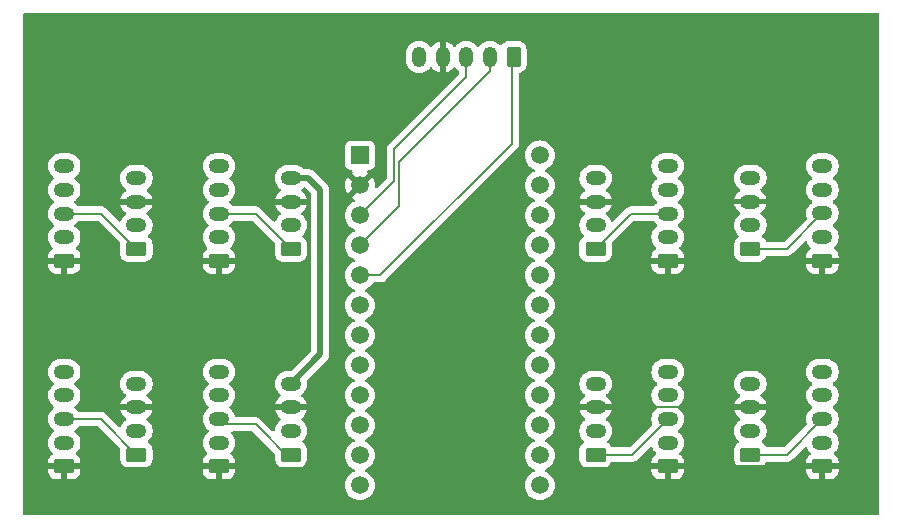
<source format=gbr>
%TF.GenerationSoftware,KiCad,Pcbnew,8.0.5*%
%TF.CreationDate,2025-12-20T23:08:16+05:30*%
%TF.ProjectId,I2C_MUX,4932435f-4d55-4582-9e6b-696361645f70,rev?*%
%TF.SameCoordinates,Original*%
%TF.FileFunction,Copper,L2,Bot*%
%TF.FilePolarity,Positive*%
%FSLAX46Y46*%
G04 Gerber Fmt 4.6, Leading zero omitted, Abs format (unit mm)*
G04 Created by KiCad (PCBNEW 8.0.5) date 2025-12-20 23:08:16*
%MOMM*%
%LPD*%
G01*
G04 APERTURE LIST*
G04 Aperture macros list*
%AMRoundRect*
0 Rectangle with rounded corners*
0 $1 Rounding radius*
0 $2 $3 $4 $5 $6 $7 $8 $9 X,Y pos of 4 corners*
0 Add a 4 corners polygon primitive as box body*
4,1,4,$2,$3,$4,$5,$6,$7,$8,$9,$2,$3,0*
0 Add four circle primitives for the rounded corners*
1,1,$1+$1,$2,$3*
1,1,$1+$1,$4,$5*
1,1,$1+$1,$6,$7*
1,1,$1+$1,$8,$9*
0 Add four rect primitives between the rounded corners*
20,1,$1+$1,$2,$3,$4,$5,0*
20,1,$1+$1,$4,$5,$6,$7,0*
20,1,$1+$1,$6,$7,$8,$9,0*
20,1,$1+$1,$8,$9,$2,$3,0*%
G04 Aperture macros list end*
%TA.AperFunction,ComponentPad*%
%ADD10RoundRect,0.250000X0.350000X0.625000X-0.350000X0.625000X-0.350000X-0.625000X0.350000X-0.625000X0*%
%TD*%
%TA.AperFunction,ComponentPad*%
%ADD11O,1.200000X1.750000*%
%TD*%
%TA.AperFunction,ComponentPad*%
%ADD12RoundRect,0.250000X0.625000X-0.350000X0.625000X0.350000X-0.625000X0.350000X-0.625000X-0.350000X0*%
%TD*%
%TA.AperFunction,ComponentPad*%
%ADD13O,1.750000X1.200000*%
%TD*%
%TA.AperFunction,ComponentPad*%
%ADD14R,1.508000X1.508000*%
%TD*%
%TA.AperFunction,ComponentPad*%
%ADD15C,1.508000*%
%TD*%
%TA.AperFunction,ViaPad*%
%ADD16C,0.600000*%
%TD*%
%TA.AperFunction,Conductor*%
%ADD17C,0.200000*%
%TD*%
%TA.AperFunction,Conductor*%
%ADD18C,0.500000*%
%TD*%
G04 APERTURE END LIST*
D10*
%TO.P,J1,1,Pin_1*%
%TO.N,/RST*%
X148670000Y-62390000D03*
D11*
%TO.P,J1,2,Pin_2*%
%TO.N,/SCL*%
X146670000Y-62390000D03*
%TO.P,J1,3,Pin_3*%
%TO.N,/SDA*%
X144670000Y-62390000D03*
%TO.P,J1,4,Pin_4*%
%TO.N,GND*%
X142670000Y-62390000D03*
%TO.P,J1,5,Pin_5*%
%TO.N,VCC*%
X140670000Y-62390000D03*
%TD*%
D12*
%TO.P,EN3,1,Pin_1*%
%TO.N,GND*%
X110630000Y-97050000D03*
D13*
%TO.P,EN3,2,Pin_2*%
%TO.N,/SCL2*%
X110630000Y-95050000D03*
%TO.P,EN3,3,Pin_3*%
%TO.N,/SDA2*%
X110630000Y-93050000D03*
%TO.P,EN3,4,Pin_4*%
%TO.N,VCC*%
X110630000Y-91050000D03*
%TO.P,EN3,5,Pin_5*%
%TO.N,/DIR3*%
X110630000Y-89050000D03*
%TD*%
D12*
%TO.P,IMU2,1,Pin_1*%
%TO.N,/SDA1*%
X116730000Y-78650000D03*
D13*
%TO.P,IMU2,2,Pin_2*%
%TO.N,/SCL1*%
X116730000Y-76650000D03*
%TO.P,IMU2,3,Pin_3*%
%TO.N,GND*%
X116730000Y-74650000D03*
%TO.P,IMU2,4,Pin_4*%
%TO.N,VCC*%
X116730000Y-72650000D03*
%TD*%
D12*
%TO.P,IMU5,1,Pin_1*%
%TO.N,/SDA4*%
X168720000Y-96050000D03*
D13*
%TO.P,IMU5,2,Pin_2*%
%TO.N,/SCL4*%
X168720000Y-94050000D03*
%TO.P,IMU5,3,Pin_3*%
%TO.N,GND*%
X168720000Y-92050000D03*
%TO.P,IMU5,4,Pin_4*%
%TO.N,VCC*%
X168720000Y-90050000D03*
%TD*%
D12*
%TO.P,EN7,1,Pin_1*%
%TO.N,GND*%
X174820000Y-79640000D03*
D13*
%TO.P,EN7,2,Pin_2*%
%TO.N,/SCL6*%
X174820000Y-77640000D03*
%TO.P,EN7,3,Pin_3*%
%TO.N,/SDA6*%
X174820000Y-75640000D03*
%TO.P,EN7,4,Pin_4*%
%TO.N,VCC*%
X174820000Y-73640000D03*
%TO.P,EN7,5,Pin_5*%
%TO.N,/DIR7*%
X174820000Y-71640000D03*
%TD*%
D12*
%TO.P,IMU3,1,Pin_1*%
%TO.N,/SDA2*%
X116730000Y-96050000D03*
D13*
%TO.P,IMU3,2,Pin_2*%
%TO.N,/SCL2*%
X116730000Y-94050000D03*
%TO.P,IMU3,3,Pin_3*%
%TO.N,GND*%
X116730000Y-92050000D03*
%TO.P,IMU3,4,Pin_4*%
%TO.N,VCC*%
X116730000Y-90050000D03*
%TD*%
D12*
%TO.P,EN8,1,Pin_1*%
%TO.N,GND*%
X161720000Y-79650000D03*
D13*
%TO.P,EN8,2,Pin_2*%
%TO.N,/SCL7*%
X161720000Y-77650000D03*
%TO.P,EN8,3,Pin_3*%
%TO.N,/SDA7*%
X161720000Y-75650000D03*
%TO.P,EN8,4,Pin_4*%
%TO.N,VCC*%
X161720000Y-73650000D03*
%TO.P,EN8,5,Pin_5*%
%TO.N,/DIR8*%
X161720000Y-71650000D03*
%TD*%
D12*
%TO.P,EN4,1,Pin_1*%
%TO.N,GND*%
X123730000Y-97050000D03*
D13*
%TO.P,EN4,2,Pin_2*%
%TO.N,/SCL3*%
X123730000Y-95050000D03*
%TO.P,EN4,3,Pin_3*%
%TO.N,/SDA3*%
X123730000Y-93050000D03*
%TO.P,EN4,4,Pin_4*%
%TO.N,VCC*%
X123730000Y-91050000D03*
%TO.P,EN4,5,Pin_5*%
%TO.N,/DIR4*%
X123730000Y-89050000D03*
%TD*%
D12*
%TO.P,IMU7,1,Pin_1*%
%TO.N,/SDA6*%
X168720000Y-78630000D03*
D13*
%TO.P,IMU7,2,Pin_2*%
%TO.N,/SCL6*%
X168720000Y-76630000D03*
%TO.P,IMU7,3,Pin_3*%
%TO.N,GND*%
X168720000Y-74630000D03*
%TO.P,IMU7,4,Pin_4*%
%TO.N,VCC*%
X168720000Y-72630000D03*
%TD*%
D12*
%TO.P,IMU6,1,Pin_1*%
%TO.N,/SDA5*%
X155620000Y-96050000D03*
D13*
%TO.P,IMU6,2,Pin_2*%
%TO.N,/SCL5*%
X155620000Y-94050000D03*
%TO.P,IMU6,3,Pin_3*%
%TO.N,GND*%
X155620000Y-92050000D03*
%TO.P,IMU6,4,Pin_4*%
%TO.N,VCC*%
X155620000Y-90050000D03*
%TD*%
D12*
%TO.P,EN6,1,Pin_1*%
%TO.N,GND*%
X161720000Y-97050000D03*
D13*
%TO.P,EN6,2,Pin_2*%
%TO.N,/SCL5*%
X161720000Y-95050000D03*
%TO.P,EN6,3,Pin_3*%
%TO.N,/SDA5*%
X161720000Y-93050000D03*
%TO.P,EN6,4,Pin_4*%
%TO.N,VCC*%
X161720000Y-91050000D03*
%TO.P,EN6,5,Pin_5*%
%TO.N,/DIR6*%
X161720000Y-89050000D03*
%TD*%
D12*
%TO.P,IMU8,1,Pin_1*%
%TO.N,/SDA7*%
X155620000Y-78650000D03*
D13*
%TO.P,IMU8,2,Pin_2*%
%TO.N,/SCL7*%
X155620000Y-76650000D03*
%TO.P,IMU8,3,Pin_3*%
%TO.N,GND*%
X155620000Y-74650000D03*
%TO.P,IMU8,4,Pin_4*%
%TO.N,VCC*%
X155620000Y-72650000D03*
%TD*%
D14*
%TO.P,U1,1,VIN*%
%TO.N,VCC*%
X135660000Y-70720000D03*
D15*
%TO.P,U1,2,GND*%
%TO.N,GND*%
X135660000Y-73260000D03*
%TO.P,U1,3,SDA*%
%TO.N,/SDA*%
X135660000Y-75800000D03*
%TO.P,U1,4,SCL*%
%TO.N,/SCL*%
X135660000Y-78340000D03*
%TO.P,U1,5,RST*%
%TO.N,/RST*%
X135660000Y-80880000D03*
%TO.P,U1,6,A0*%
%TO.N,Net-(JP1-B)*%
X135660000Y-83420000D03*
%TO.P,U1,7,A1*%
%TO.N,Net-(JP2-B)*%
X135660000Y-85960000D03*
%TO.P,U1,8,A2*%
%TO.N,Net-(JP3-B)*%
X135660000Y-88500000D03*
%TO.P,U1,9,SDA0*%
%TO.N,/SDA0*%
X135660000Y-91040000D03*
%TO.P,U1,10,SCL0*%
%TO.N,/SCL0*%
X135660000Y-93580000D03*
%TO.P,U1,11,SDA1*%
%TO.N,/SDA1*%
X135660000Y-96120000D03*
%TO.P,U1,12,SCL1*%
%TO.N,/SCL1*%
X135660000Y-98660000D03*
%TO.P,U1,13,SDA2*%
%TO.N,/SDA2*%
X150900000Y-98660000D03*
%TO.P,U1,14,SCL2*%
%TO.N,/SCL2*%
X150900000Y-96120000D03*
%TO.P,U1,15,SDA3*%
%TO.N,/SDA3*%
X150900000Y-93580000D03*
%TO.P,U1,16,SCL3*%
%TO.N,/SCL3*%
X150900000Y-91040000D03*
%TO.P,U1,17,SDA4*%
%TO.N,/SDA4*%
X150900000Y-88500000D03*
%TO.P,U1,18,SCL4*%
%TO.N,/SCL4*%
X150900000Y-85960000D03*
%TO.P,U1,19,SDA5*%
%TO.N,/SDA5*%
X150900000Y-83420000D03*
%TO.P,U1,20,SCL5*%
%TO.N,/SCL5*%
X150900000Y-80880000D03*
%TO.P,U1,21,SDA6*%
%TO.N,/SDA6*%
X150900000Y-78340000D03*
%TO.P,U1,22,SCL6*%
%TO.N,/SCL6*%
X150900000Y-75800000D03*
%TO.P,U1,23,SDA7*%
%TO.N,/SDA7*%
X150900000Y-73260000D03*
%TO.P,U1,24,SCL7*%
%TO.N,/SCL7*%
X150900000Y-70720000D03*
%TD*%
D12*
%TO.P,IMU4,1,Pin_1*%
%TO.N,/SDA3*%
X129830000Y-96050000D03*
D13*
%TO.P,IMU4,2,Pin_2*%
%TO.N,/SCL3*%
X129830000Y-94050000D03*
%TO.P,IMU4,3,Pin_3*%
%TO.N,GND*%
X129830000Y-92050000D03*
%TO.P,IMU4,4,Pin_4*%
%TO.N,VCC*%
X129830000Y-90050000D03*
%TD*%
D12*
%TO.P,EN1,1,Pin_1*%
%TO.N,GND*%
X123730000Y-79650000D03*
D13*
%TO.P,EN1,2,Pin_2*%
%TO.N,/SCL0*%
X123730000Y-77650000D03*
%TO.P,EN1,3,Pin_3*%
%TO.N,/SDA0*%
X123730000Y-75650000D03*
%TO.P,EN1,4,Pin_4*%
%TO.N,VCC*%
X123730000Y-73650000D03*
%TO.P,EN1,5,Pin_5*%
%TO.N,/DIR1*%
X123730000Y-71650000D03*
%TD*%
D12*
%TO.P,EN2,1,Pin_1*%
%TO.N,GND*%
X110630000Y-79650000D03*
D13*
%TO.P,EN2,2,Pin_2*%
%TO.N,/SCL1*%
X110630000Y-77650000D03*
%TO.P,EN2,3,Pin_3*%
%TO.N,/SDA1*%
X110630000Y-75650000D03*
%TO.P,EN2,4,Pin_4*%
%TO.N,VCC*%
X110630000Y-73650000D03*
%TO.P,EN2,5,Pin_5*%
%TO.N,/DIR2*%
X110630000Y-71650000D03*
%TD*%
D12*
%TO.P,EN5,1,Pin_1*%
%TO.N,GND*%
X174820000Y-97050000D03*
D13*
%TO.P,EN5,2,Pin_2*%
%TO.N,/SCL4*%
X174820000Y-95050000D03*
%TO.P,EN5,3,Pin_3*%
%TO.N,/SDA4*%
X174820000Y-93050000D03*
%TO.P,EN5,4,Pin_4*%
%TO.N,VCC*%
X174820000Y-91050000D03*
%TO.P,EN5,5,Pin_5*%
%TO.N,/DIR5*%
X174820000Y-89050000D03*
%TD*%
D12*
%TO.P,IMU1,1,Pin_1*%
%TO.N,/SDA0*%
X129830000Y-78650000D03*
D13*
%TO.P,IMU1,2,Pin_2*%
%TO.N,/SCL0*%
X129830000Y-76650000D03*
%TO.P,IMU1,3,Pin_3*%
%TO.N,GND*%
X129830000Y-74650000D03*
%TO.P,IMU1,4,Pin_4*%
%TO.N,VCC*%
X129830000Y-72650000D03*
%TD*%
D16*
%TO.N,GND*%
X159410000Y-84840000D03*
X159200000Y-67480000D03*
X121570000Y-67520000D03*
X121290000Y-84770000D03*
X172510000Y-67430000D03*
X108390000Y-67500000D03*
%TD*%
D17*
%TO.N,GND*%
X155620000Y-92050000D02*
X168720000Y-92050000D01*
X161720000Y-97050000D02*
X174820000Y-97050000D01*
D18*
%TO.N,VCC*%
X132310000Y-73660000D02*
X132310000Y-87570000D01*
X129830000Y-72650000D02*
X131300000Y-72650000D01*
X131300000Y-72650000D02*
X132310000Y-73660000D01*
X132310000Y-87570000D02*
X129830000Y-90050000D01*
D17*
%TO.N,/SDA0*%
X126830000Y-75650000D02*
X129830000Y-78650000D01*
X123730000Y-75650000D02*
X126830000Y-75650000D01*
%TO.N,/SDA1*%
X110630000Y-75650000D02*
X113730000Y-75650000D01*
X113730000Y-75650000D02*
X116730000Y-78650000D01*
%TO.N,/SDA2*%
X113730000Y-93050000D02*
X116730000Y-96050000D01*
X110630000Y-93050000D02*
X113730000Y-93050000D01*
%TO.N,/SDA3*%
X126830000Y-93490000D02*
X129830000Y-96490000D01*
X123730000Y-93490000D02*
X126830000Y-93490000D01*
%TO.N,/SDA4*%
X168720000Y-96050000D02*
X171820000Y-96050000D01*
X171820000Y-96050000D02*
X174820000Y-93050000D01*
%TO.N,/SDA5*%
X158720000Y-96050000D02*
X161720000Y-93050000D01*
X155620000Y-96050000D02*
X158720000Y-96050000D01*
%TO.N,/SDA6*%
X171830000Y-78630000D02*
X174820000Y-75640000D01*
X168720000Y-78630000D02*
X171830000Y-78630000D01*
%TO.N,/SDA7*%
X158620000Y-75650000D02*
X155620000Y-78650000D01*
X161720000Y-75650000D02*
X158620000Y-75650000D01*
%TO.N,/SCL*%
X146635000Y-62230000D02*
X146635000Y-62235000D01*
X138950000Y-75050000D02*
X135660000Y-78340000D01*
X146670000Y-62390000D02*
X146670000Y-63600000D01*
X138950000Y-71320000D02*
X138950000Y-75050000D01*
X146670000Y-63600000D02*
X138950000Y-71320000D01*
%TO.N,/RST*%
X137382476Y-80880000D02*
X135660000Y-80880000D01*
X148670000Y-62390000D02*
X148540000Y-62520000D01*
X148540000Y-62520000D02*
X148540000Y-69722476D01*
X148540000Y-69722476D02*
X137382476Y-80880000D01*
%TO.N,/SDA*%
X138550000Y-70180000D02*
X138550000Y-72910000D01*
X144670000Y-62390000D02*
X144670000Y-64060000D01*
X138550000Y-72910000D02*
X135660000Y-75800000D01*
X144670000Y-64060000D02*
X138550000Y-70180000D01*
%TD*%
%TA.AperFunction,Conductor*%
%TO.N,GND*%
G36*
X179572539Y-58710185D02*
G01*
X179618294Y-58762989D01*
X179629500Y-58814500D01*
X179629500Y-101065500D01*
X179609815Y-101132539D01*
X179557011Y-101178294D01*
X179505500Y-101189500D01*
X107234500Y-101189500D01*
X107167461Y-101169815D01*
X107121706Y-101117011D01*
X107110500Y-101065500D01*
X107110500Y-88963389D01*
X109254500Y-88963389D01*
X109254500Y-89136611D01*
X109281598Y-89307701D01*
X109335127Y-89472445D01*
X109413768Y-89626788D01*
X109515586Y-89766928D01*
X109638072Y-89889414D01*
X109638078Y-89889418D01*
X109721023Y-89949683D01*
X109763689Y-90005013D01*
X109769667Y-90074626D01*
X109737061Y-90136421D01*
X109721023Y-90150317D01*
X109638078Y-90210581D01*
X109638069Y-90210588D01*
X109515588Y-90333069D01*
X109515588Y-90333070D01*
X109515586Y-90333072D01*
X109471859Y-90393256D01*
X109413768Y-90473211D01*
X109335128Y-90627552D01*
X109281597Y-90792302D01*
X109254500Y-90963389D01*
X109254500Y-91136610D01*
X109266276Y-91210965D01*
X109281598Y-91307701D01*
X109335127Y-91472445D01*
X109413768Y-91626788D01*
X109515586Y-91766928D01*
X109638072Y-91889414D01*
X109638078Y-91889418D01*
X109721023Y-91949683D01*
X109763689Y-92005013D01*
X109769667Y-92074626D01*
X109737061Y-92136421D01*
X109721023Y-92150317D01*
X109638078Y-92210581D01*
X109638069Y-92210588D01*
X109515588Y-92333069D01*
X109515588Y-92333070D01*
X109515586Y-92333072D01*
X109503233Y-92350075D01*
X109413768Y-92473211D01*
X109335128Y-92627552D01*
X109281597Y-92792302D01*
X109254500Y-92963389D01*
X109254500Y-93136610D01*
X109281597Y-93307697D01*
X109281597Y-93307699D01*
X109281598Y-93307701D01*
X109335127Y-93472445D01*
X109413768Y-93626788D01*
X109515586Y-93766928D01*
X109638072Y-93889414D01*
X109638078Y-93889418D01*
X109721023Y-93949683D01*
X109763689Y-94005013D01*
X109769667Y-94074626D01*
X109737061Y-94136421D01*
X109721023Y-94150317D01*
X109638078Y-94210581D01*
X109638069Y-94210588D01*
X109515588Y-94333069D01*
X109515588Y-94333070D01*
X109515586Y-94333072D01*
X109474623Y-94389452D01*
X109413768Y-94473211D01*
X109335128Y-94627552D01*
X109281597Y-94792302D01*
X109257131Y-94946777D01*
X109254500Y-94963389D01*
X109254500Y-95136611D01*
X109281598Y-95307701D01*
X109335127Y-95472445D01*
X109413768Y-95626788D01*
X109515586Y-95766928D01*
X109515588Y-95766930D01*
X109623491Y-95874833D01*
X109656976Y-95936156D01*
X109651992Y-96005848D01*
X109610120Y-96061781D01*
X109600907Y-96068053D01*
X109536654Y-96107684D01*
X109412684Y-96231654D01*
X109320643Y-96380875D01*
X109320641Y-96380880D01*
X109265494Y-96547302D01*
X109265493Y-96547309D01*
X109255000Y-96650013D01*
X109255000Y-96800000D01*
X110349670Y-96800000D01*
X110329925Y-96819745D01*
X110280556Y-96905255D01*
X110255000Y-97000630D01*
X110255000Y-97099370D01*
X110280556Y-97194745D01*
X110329925Y-97280255D01*
X110349670Y-97300000D01*
X109255001Y-97300000D01*
X109255001Y-97449986D01*
X109265494Y-97552697D01*
X109320641Y-97719119D01*
X109320643Y-97719124D01*
X109412684Y-97868345D01*
X109536654Y-97992315D01*
X109685875Y-98084356D01*
X109685880Y-98084358D01*
X109852302Y-98139505D01*
X109852309Y-98139506D01*
X109955019Y-98149999D01*
X110379999Y-98149999D01*
X110380000Y-98149998D01*
X110380000Y-97330330D01*
X110399745Y-97350075D01*
X110485255Y-97399444D01*
X110580630Y-97425000D01*
X110679370Y-97425000D01*
X110774745Y-97399444D01*
X110860255Y-97350075D01*
X110880000Y-97330330D01*
X110880000Y-98149999D01*
X111304972Y-98149999D01*
X111304986Y-98149998D01*
X111407697Y-98139505D01*
X111574119Y-98084358D01*
X111574124Y-98084356D01*
X111723345Y-97992315D01*
X111847315Y-97868345D01*
X111939356Y-97719124D01*
X111939358Y-97719119D01*
X111994505Y-97552697D01*
X111994506Y-97552690D01*
X112004999Y-97449986D01*
X112005000Y-97449973D01*
X112005000Y-97300000D01*
X110910330Y-97300000D01*
X110930075Y-97280255D01*
X110979444Y-97194745D01*
X111005000Y-97099370D01*
X111005000Y-97000630D01*
X110979444Y-96905255D01*
X110930075Y-96819745D01*
X110910330Y-96800000D01*
X112004999Y-96800000D01*
X112004999Y-96650028D01*
X112004998Y-96650013D01*
X111994505Y-96547302D01*
X111939358Y-96380880D01*
X111939356Y-96380875D01*
X111847315Y-96231654D01*
X111723343Y-96107682D01*
X111659093Y-96068053D01*
X111612368Y-96016105D01*
X111601145Y-95947143D01*
X111628988Y-95883061D01*
X111636486Y-95874855D01*
X111744414Y-95766928D01*
X111846232Y-95626788D01*
X111924873Y-95472445D01*
X111978402Y-95307701D01*
X112005500Y-95136611D01*
X112005500Y-94963389D01*
X111978402Y-94792299D01*
X111924873Y-94627555D01*
X111846232Y-94473212D01*
X111744414Y-94333072D01*
X111621928Y-94210586D01*
X111538975Y-94150317D01*
X111496311Y-94094988D01*
X111490332Y-94025374D01*
X111522938Y-93963579D01*
X111538976Y-93949682D01*
X111621928Y-93889414D01*
X111744414Y-93766928D01*
X111791868Y-93701613D01*
X111847197Y-93658949D01*
X111892185Y-93650500D01*
X113429903Y-93650500D01*
X113496942Y-93670185D01*
X113517584Y-93686819D01*
X115324537Y-95493772D01*
X115358022Y-95555095D01*
X115360214Y-95594055D01*
X115354500Y-95649981D01*
X115354500Y-96450001D01*
X115354501Y-96450019D01*
X115365000Y-96552796D01*
X115365001Y-96552799D01*
X115420185Y-96719331D01*
X115420187Y-96719336D01*
X115455069Y-96775888D01*
X115512288Y-96868656D01*
X115636344Y-96992712D01*
X115785666Y-97084814D01*
X115952203Y-97139999D01*
X116054991Y-97150500D01*
X117405008Y-97150499D01*
X117507797Y-97139999D01*
X117674334Y-97084814D01*
X117823656Y-96992712D01*
X117947712Y-96868656D01*
X118039814Y-96719334D01*
X118094999Y-96552797D01*
X118105500Y-96450009D01*
X118105499Y-95649992D01*
X118094999Y-95547203D01*
X118039814Y-95380666D01*
X117947712Y-95231344D01*
X117823656Y-95107288D01*
X117823652Y-95107285D01*
X117759456Y-95067688D01*
X117712731Y-95015740D01*
X117701510Y-94946777D01*
X117729353Y-94882695D01*
X117736850Y-94874491D01*
X117844414Y-94766928D01*
X117946232Y-94626788D01*
X118024873Y-94472445D01*
X118078402Y-94307701D01*
X118105500Y-94136611D01*
X118105500Y-93963389D01*
X118078402Y-93792299D01*
X118024873Y-93627555D01*
X117946232Y-93473212D01*
X117844414Y-93333072D01*
X117721928Y-93210586D01*
X117638550Y-93150008D01*
X117595885Y-93094677D01*
X117589906Y-93025064D01*
X117622512Y-92963269D01*
X117638552Y-92949371D01*
X117721598Y-92889036D01*
X117844032Y-92766602D01*
X117945804Y-92626524D01*
X118024408Y-92472255D01*
X118077914Y-92307584D01*
X118079115Y-92300000D01*
X117010330Y-92300000D01*
X117030075Y-92280255D01*
X117079444Y-92194745D01*
X117105000Y-92099370D01*
X117105000Y-92000630D01*
X117079444Y-91905255D01*
X117030075Y-91819745D01*
X117010330Y-91800000D01*
X118079115Y-91800000D01*
X118079115Y-91799999D01*
X118077914Y-91792415D01*
X118024408Y-91627744D01*
X117945804Y-91473475D01*
X117844032Y-91333397D01*
X117721602Y-91210967D01*
X117638551Y-91150628D01*
X117595885Y-91095298D01*
X117589906Y-91025685D01*
X117622511Y-90963889D01*
X117638551Y-90949991D01*
X117721928Y-90889414D01*
X117844414Y-90766928D01*
X117946232Y-90626788D01*
X118024873Y-90472445D01*
X118078402Y-90307701D01*
X118105500Y-90136611D01*
X118105500Y-89963389D01*
X118078402Y-89792299D01*
X118024873Y-89627555D01*
X117946232Y-89473212D01*
X117844414Y-89333072D01*
X117721928Y-89210586D01*
X117581788Y-89108768D01*
X117427445Y-89030127D01*
X117262701Y-88976598D01*
X117262699Y-88976597D01*
X117262698Y-88976597D01*
X117131271Y-88955781D01*
X117091611Y-88949500D01*
X116368389Y-88949500D01*
X116328728Y-88955781D01*
X116197302Y-88976597D01*
X116032552Y-89030128D01*
X115878211Y-89108768D01*
X115798256Y-89166859D01*
X115738072Y-89210586D01*
X115738070Y-89210588D01*
X115738069Y-89210588D01*
X115615588Y-89333069D01*
X115615588Y-89333070D01*
X115615586Y-89333072D01*
X115571859Y-89393256D01*
X115513768Y-89473211D01*
X115435128Y-89627552D01*
X115381597Y-89792302D01*
X115375725Y-89829380D01*
X115354500Y-89963389D01*
X115354500Y-90136611D01*
X115381598Y-90307701D01*
X115435127Y-90472445D01*
X115513768Y-90626788D01*
X115615586Y-90766928D01*
X115738072Y-90889414D01*
X115821449Y-90949991D01*
X115864114Y-91005322D01*
X115870093Y-91074935D01*
X115837487Y-91136730D01*
X115821448Y-91150627D01*
X115738404Y-91210961D01*
X115738399Y-91210965D01*
X115615967Y-91333397D01*
X115514195Y-91473475D01*
X115435591Y-91627744D01*
X115382085Y-91792415D01*
X115380884Y-91799999D01*
X115380885Y-91800000D01*
X116449670Y-91800000D01*
X116429925Y-91819745D01*
X116380556Y-91905255D01*
X116355000Y-92000630D01*
X116355000Y-92099370D01*
X116380556Y-92194745D01*
X116429925Y-92280255D01*
X116449670Y-92300000D01*
X115380885Y-92300000D01*
X115382085Y-92307584D01*
X115435591Y-92472255D01*
X115514195Y-92626524D01*
X115615967Y-92766602D01*
X115738401Y-92889036D01*
X115821447Y-92949371D01*
X115864114Y-93004701D01*
X115870093Y-93074314D01*
X115837488Y-93136109D01*
X115821450Y-93150007D01*
X115738072Y-93210585D01*
X115615588Y-93333069D01*
X115615588Y-93333070D01*
X115615586Y-93333072D01*
X115595060Y-93361324D01*
X115513768Y-93473211D01*
X115435128Y-93627552D01*
X115429395Y-93645194D01*
X115389954Y-93702867D01*
X115325594Y-93730062D01*
X115256749Y-93718143D01*
X115223785Y-93694550D01*
X114217590Y-92688355D01*
X114217588Y-92688352D01*
X114098717Y-92569481D01*
X114098716Y-92569480D01*
X114011904Y-92519360D01*
X114011904Y-92519359D01*
X114011900Y-92519358D01*
X113961785Y-92490423D01*
X113809057Y-92449499D01*
X113650943Y-92449499D01*
X113643347Y-92449499D01*
X113643331Y-92449500D01*
X111892185Y-92449500D01*
X111825146Y-92429815D01*
X111791867Y-92398386D01*
X111790608Y-92396653D01*
X111744414Y-92333072D01*
X111621928Y-92210586D01*
X111538975Y-92150317D01*
X111496311Y-92094988D01*
X111490332Y-92025374D01*
X111522938Y-91963579D01*
X111538976Y-91949682D01*
X111621928Y-91889414D01*
X111744414Y-91766928D01*
X111846232Y-91626788D01*
X111924873Y-91472445D01*
X111978402Y-91307701D01*
X112005500Y-91136611D01*
X112005500Y-90963389D01*
X111978402Y-90792299D01*
X111924873Y-90627555D01*
X111846232Y-90473212D01*
X111744414Y-90333072D01*
X111621928Y-90210586D01*
X111538975Y-90150317D01*
X111496311Y-90094988D01*
X111490332Y-90025374D01*
X111522938Y-89963579D01*
X111538976Y-89949682D01*
X111621928Y-89889414D01*
X111744414Y-89766928D01*
X111846232Y-89626788D01*
X111924873Y-89472445D01*
X111978402Y-89307701D01*
X112005500Y-89136611D01*
X112005500Y-88963389D01*
X111978402Y-88792299D01*
X111924873Y-88627555D01*
X111846232Y-88473212D01*
X111744414Y-88333072D01*
X111621928Y-88210586D01*
X111481788Y-88108768D01*
X111327445Y-88030127D01*
X111162701Y-87976598D01*
X111162699Y-87976597D01*
X111162698Y-87976597D01*
X111031271Y-87955781D01*
X110991611Y-87949500D01*
X110268389Y-87949500D01*
X110228728Y-87955781D01*
X110097302Y-87976597D01*
X109932552Y-88030128D01*
X109778211Y-88108768D01*
X109698256Y-88166859D01*
X109638072Y-88210586D01*
X109638070Y-88210588D01*
X109638069Y-88210588D01*
X109515588Y-88333069D01*
X109515588Y-88333070D01*
X109515586Y-88333072D01*
X109471859Y-88393256D01*
X109413768Y-88473211D01*
X109335128Y-88627552D01*
X109281597Y-88792302D01*
X109262452Y-88913181D01*
X109254500Y-88963389D01*
X107110500Y-88963389D01*
X107110500Y-71563389D01*
X109254500Y-71563389D01*
X109254500Y-71736610D01*
X109280013Y-71897697D01*
X109281598Y-71907701D01*
X109335127Y-72072445D01*
X109413768Y-72226788D01*
X109515586Y-72366928D01*
X109638072Y-72489414D01*
X109638078Y-72489418D01*
X109721023Y-72549683D01*
X109763689Y-72605013D01*
X109769667Y-72674626D01*
X109737061Y-72736421D01*
X109721023Y-72750317D01*
X109638078Y-72810581D01*
X109638069Y-72810588D01*
X109515588Y-72933069D01*
X109515588Y-72933070D01*
X109515586Y-72933072D01*
X109471859Y-72993256D01*
X109413768Y-73073211D01*
X109335128Y-73227552D01*
X109281597Y-73392302D01*
X109260501Y-73525498D01*
X109254500Y-73563389D01*
X109254500Y-73736611D01*
X109262677Y-73788239D01*
X109280013Y-73897697D01*
X109281598Y-73907701D01*
X109335127Y-74072445D01*
X109413768Y-74226788D01*
X109515586Y-74366928D01*
X109638072Y-74489414D01*
X109638078Y-74489418D01*
X109721023Y-74549683D01*
X109763689Y-74605013D01*
X109769667Y-74674626D01*
X109737061Y-74736421D01*
X109721023Y-74750317D01*
X109638078Y-74810581D01*
X109638069Y-74810588D01*
X109515588Y-74933069D01*
X109515588Y-74933070D01*
X109515586Y-74933072D01*
X109503233Y-74950075D01*
X109413768Y-75073211D01*
X109335128Y-75227552D01*
X109281597Y-75392302D01*
X109254500Y-75563389D01*
X109254500Y-75736610D01*
X109280013Y-75897698D01*
X109281598Y-75907701D01*
X109335127Y-76072445D01*
X109413768Y-76226788D01*
X109515586Y-76366928D01*
X109638072Y-76489414D01*
X109638078Y-76489418D01*
X109721023Y-76549683D01*
X109763689Y-76605013D01*
X109769667Y-76674626D01*
X109737061Y-76736421D01*
X109721023Y-76750317D01*
X109638078Y-76810581D01*
X109638069Y-76810588D01*
X109515588Y-76933069D01*
X109515588Y-76933070D01*
X109515586Y-76933072D01*
X109479059Y-76983347D01*
X109413768Y-77073211D01*
X109335128Y-77227552D01*
X109281597Y-77392302D01*
X109254500Y-77563389D01*
X109254500Y-77736610D01*
X109280013Y-77897697D01*
X109281598Y-77907701D01*
X109335127Y-78072445D01*
X109413768Y-78226788D01*
X109515586Y-78366928D01*
X109515588Y-78366930D01*
X109623491Y-78474833D01*
X109656976Y-78536156D01*
X109651992Y-78605848D01*
X109610120Y-78661781D01*
X109600907Y-78668053D01*
X109536654Y-78707684D01*
X109412684Y-78831654D01*
X109320643Y-78980875D01*
X109320641Y-78980880D01*
X109265494Y-79147302D01*
X109265493Y-79147309D01*
X109255000Y-79250013D01*
X109255000Y-79400000D01*
X110349670Y-79400000D01*
X110329925Y-79419745D01*
X110280556Y-79505255D01*
X110255000Y-79600630D01*
X110255000Y-79699370D01*
X110280556Y-79794745D01*
X110329925Y-79880255D01*
X110349670Y-79900000D01*
X109255001Y-79900000D01*
X109255001Y-80049986D01*
X109265494Y-80152697D01*
X109320641Y-80319119D01*
X109320643Y-80319124D01*
X109412684Y-80468345D01*
X109536654Y-80592315D01*
X109685875Y-80684356D01*
X109685880Y-80684358D01*
X109852302Y-80739505D01*
X109852309Y-80739506D01*
X109955019Y-80749999D01*
X110379999Y-80749999D01*
X110380000Y-80749998D01*
X110380000Y-79930330D01*
X110399745Y-79950075D01*
X110485255Y-79999444D01*
X110580630Y-80025000D01*
X110679370Y-80025000D01*
X110774745Y-79999444D01*
X110860255Y-79950075D01*
X110880000Y-79930330D01*
X110880000Y-80749999D01*
X111304972Y-80749999D01*
X111304986Y-80749998D01*
X111407697Y-80739505D01*
X111574119Y-80684358D01*
X111574124Y-80684356D01*
X111723345Y-80592315D01*
X111847315Y-80468345D01*
X111939356Y-80319124D01*
X111939358Y-80319119D01*
X111994505Y-80152697D01*
X111994506Y-80152690D01*
X112004999Y-80049986D01*
X112005000Y-80049973D01*
X112005000Y-79900000D01*
X110910330Y-79900000D01*
X110930075Y-79880255D01*
X110979444Y-79794745D01*
X111005000Y-79699370D01*
X111005000Y-79600630D01*
X110979444Y-79505255D01*
X110930075Y-79419745D01*
X110910330Y-79400000D01*
X112004999Y-79400000D01*
X112004999Y-79250028D01*
X112004998Y-79250013D01*
X111994505Y-79147302D01*
X111939358Y-78980880D01*
X111939356Y-78980875D01*
X111847315Y-78831654D01*
X111723343Y-78707682D01*
X111659093Y-78668053D01*
X111612368Y-78616105D01*
X111601145Y-78547143D01*
X111628988Y-78483061D01*
X111636486Y-78474855D01*
X111744414Y-78366928D01*
X111846232Y-78226788D01*
X111924873Y-78072445D01*
X111978402Y-77907701D01*
X112005500Y-77736611D01*
X112005500Y-77563389D01*
X111978402Y-77392299D01*
X111924873Y-77227555D01*
X111846232Y-77073212D01*
X111744414Y-76933072D01*
X111621928Y-76810586D01*
X111538975Y-76750317D01*
X111496311Y-76694988D01*
X111490332Y-76625374D01*
X111522938Y-76563579D01*
X111538976Y-76549682D01*
X111621928Y-76489414D01*
X111744414Y-76366928D01*
X111791868Y-76301613D01*
X111847197Y-76258949D01*
X111892185Y-76250500D01*
X113429903Y-76250500D01*
X113496942Y-76270185D01*
X113517584Y-76286819D01*
X115324537Y-78093772D01*
X115358022Y-78155095D01*
X115360214Y-78194055D01*
X115354500Y-78249981D01*
X115354500Y-79050001D01*
X115354501Y-79050019D01*
X115362958Y-79132796D01*
X115364440Y-79147309D01*
X115365001Y-79152795D01*
X115365001Y-79152797D01*
X115420185Y-79319331D01*
X115420187Y-79319336D01*
X115455069Y-79375888D01*
X115512288Y-79468656D01*
X115636344Y-79592712D01*
X115785666Y-79684814D01*
X115952203Y-79739999D01*
X116054991Y-79750500D01*
X117405008Y-79750499D01*
X117507797Y-79739999D01*
X117674334Y-79684814D01*
X117823656Y-79592712D01*
X117947712Y-79468656D01*
X118039814Y-79319334D01*
X118094999Y-79152797D01*
X118105500Y-79050009D01*
X118105499Y-78249992D01*
X118094999Y-78147203D01*
X118039814Y-77980666D01*
X117947712Y-77831344D01*
X117823656Y-77707288D01*
X117823652Y-77707285D01*
X117759456Y-77667688D01*
X117712731Y-77615740D01*
X117701510Y-77546777D01*
X117729353Y-77482695D01*
X117736850Y-77474491D01*
X117844414Y-77366928D01*
X117946232Y-77226788D01*
X118024873Y-77072445D01*
X118078402Y-76907701D01*
X118105500Y-76736611D01*
X118105500Y-76563389D01*
X118078402Y-76392299D01*
X118024873Y-76227555D01*
X117946232Y-76073212D01*
X117844414Y-75933072D01*
X117721928Y-75810586D01*
X117638550Y-75750008D01*
X117595885Y-75694677D01*
X117589906Y-75625064D01*
X117622512Y-75563269D01*
X117638552Y-75549371D01*
X117721598Y-75489036D01*
X117844032Y-75366602D01*
X117945804Y-75226524D01*
X118024408Y-75072255D01*
X118077914Y-74907584D01*
X118079115Y-74900000D01*
X117010330Y-74900000D01*
X117030075Y-74880255D01*
X117079444Y-74794745D01*
X117105000Y-74699370D01*
X117105000Y-74600630D01*
X117079444Y-74505255D01*
X117030075Y-74419745D01*
X117010330Y-74400000D01*
X118079115Y-74400000D01*
X118079115Y-74399999D01*
X118077914Y-74392415D01*
X118024408Y-74227744D01*
X117945804Y-74073475D01*
X117844032Y-73933397D01*
X117721602Y-73810967D01*
X117638551Y-73750628D01*
X117595885Y-73695298D01*
X117589906Y-73625685D01*
X117622511Y-73563889D01*
X117638551Y-73549991D01*
X117646950Y-73543889D01*
X117721928Y-73489414D01*
X117844414Y-73366928D01*
X117946232Y-73226788D01*
X118024873Y-73072445D01*
X118078402Y-72907701D01*
X118105500Y-72736611D01*
X118105500Y-72563389D01*
X118078402Y-72392299D01*
X118024873Y-72227555D01*
X117946232Y-72073212D01*
X117844414Y-71933072D01*
X117721928Y-71810586D01*
X117581788Y-71708768D01*
X117427445Y-71630127D01*
X117262701Y-71576598D01*
X117262699Y-71576597D01*
X117262698Y-71576597D01*
X117179304Y-71563389D01*
X122354500Y-71563389D01*
X122354500Y-71736610D01*
X122380013Y-71897697D01*
X122381598Y-71907701D01*
X122435127Y-72072445D01*
X122513768Y-72226788D01*
X122615586Y-72366928D01*
X122738072Y-72489414D01*
X122738078Y-72489418D01*
X122821023Y-72549683D01*
X122863689Y-72605013D01*
X122869667Y-72674626D01*
X122837061Y-72736421D01*
X122821023Y-72750317D01*
X122738078Y-72810581D01*
X122738069Y-72810588D01*
X122615588Y-72933069D01*
X122615588Y-72933070D01*
X122615586Y-72933072D01*
X122571859Y-72993256D01*
X122513768Y-73073211D01*
X122435128Y-73227552D01*
X122381597Y-73392302D01*
X122360501Y-73525498D01*
X122354500Y-73563389D01*
X122354500Y-73736611D01*
X122362677Y-73788239D01*
X122380013Y-73897697D01*
X122381598Y-73907701D01*
X122435127Y-74072445D01*
X122513768Y-74226788D01*
X122615586Y-74366928D01*
X122738072Y-74489414D01*
X122738078Y-74489418D01*
X122821023Y-74549683D01*
X122863689Y-74605013D01*
X122869667Y-74674626D01*
X122837061Y-74736421D01*
X122821023Y-74750317D01*
X122738078Y-74810581D01*
X122738069Y-74810588D01*
X122615588Y-74933069D01*
X122615588Y-74933070D01*
X122615586Y-74933072D01*
X122603233Y-74950075D01*
X122513768Y-75073211D01*
X122435128Y-75227552D01*
X122381597Y-75392302D01*
X122354500Y-75563389D01*
X122354500Y-75736610D01*
X122380013Y-75897698D01*
X122381598Y-75907701D01*
X122435127Y-76072445D01*
X122513768Y-76226788D01*
X122615586Y-76366928D01*
X122738072Y-76489414D01*
X122738078Y-76489418D01*
X122821023Y-76549683D01*
X122863689Y-76605013D01*
X122869667Y-76674626D01*
X122837061Y-76736421D01*
X122821023Y-76750317D01*
X122738078Y-76810581D01*
X122738069Y-76810588D01*
X122615588Y-76933069D01*
X122615588Y-76933070D01*
X122615586Y-76933072D01*
X122579059Y-76983347D01*
X122513768Y-77073211D01*
X122435128Y-77227552D01*
X122381597Y-77392302D01*
X122354500Y-77563389D01*
X122354500Y-77736610D01*
X122380013Y-77897697D01*
X122381598Y-77907701D01*
X122435127Y-78072445D01*
X122513768Y-78226788D01*
X122615586Y-78366928D01*
X122615588Y-78366930D01*
X122723491Y-78474833D01*
X122756976Y-78536156D01*
X122751992Y-78605848D01*
X122710120Y-78661781D01*
X122700907Y-78668053D01*
X122636654Y-78707684D01*
X122512684Y-78831654D01*
X122420643Y-78980875D01*
X122420641Y-78980880D01*
X122365494Y-79147302D01*
X122365493Y-79147309D01*
X122355000Y-79250013D01*
X122355000Y-79400000D01*
X123449670Y-79400000D01*
X123429925Y-79419745D01*
X123380556Y-79505255D01*
X123355000Y-79600630D01*
X123355000Y-79699370D01*
X123380556Y-79794745D01*
X123429925Y-79880255D01*
X123449670Y-79900000D01*
X122355001Y-79900000D01*
X122355001Y-80049986D01*
X122365494Y-80152697D01*
X122420641Y-80319119D01*
X122420643Y-80319124D01*
X122512684Y-80468345D01*
X122636654Y-80592315D01*
X122785875Y-80684356D01*
X122785880Y-80684358D01*
X122952302Y-80739505D01*
X122952309Y-80739506D01*
X123055019Y-80749999D01*
X123479999Y-80749999D01*
X123480000Y-80749998D01*
X123480000Y-79930330D01*
X123499745Y-79950075D01*
X123585255Y-79999444D01*
X123680630Y-80025000D01*
X123779370Y-80025000D01*
X123874745Y-79999444D01*
X123960255Y-79950075D01*
X123980000Y-79930330D01*
X123980000Y-80749999D01*
X124404972Y-80749999D01*
X124404986Y-80749998D01*
X124507697Y-80739505D01*
X124674119Y-80684358D01*
X124674124Y-80684356D01*
X124823345Y-80592315D01*
X124947315Y-80468345D01*
X125039356Y-80319124D01*
X125039358Y-80319119D01*
X125094505Y-80152697D01*
X125094506Y-80152690D01*
X125104999Y-80049986D01*
X125105000Y-80049973D01*
X125105000Y-79900000D01*
X124010330Y-79900000D01*
X124030075Y-79880255D01*
X124079444Y-79794745D01*
X124105000Y-79699370D01*
X124105000Y-79600630D01*
X124079444Y-79505255D01*
X124030075Y-79419745D01*
X124010330Y-79400000D01*
X125104999Y-79400000D01*
X125104999Y-79250028D01*
X125104998Y-79250013D01*
X125094505Y-79147302D01*
X125039358Y-78980880D01*
X125039356Y-78980875D01*
X124947315Y-78831654D01*
X124823343Y-78707682D01*
X124759093Y-78668053D01*
X124712368Y-78616105D01*
X124701145Y-78547143D01*
X124728988Y-78483061D01*
X124736486Y-78474855D01*
X124844414Y-78366928D01*
X124946232Y-78226788D01*
X125024873Y-78072445D01*
X125078402Y-77907701D01*
X125105500Y-77736611D01*
X125105500Y-77563389D01*
X125078402Y-77392299D01*
X125024873Y-77227555D01*
X124946232Y-77073212D01*
X124844414Y-76933072D01*
X124721928Y-76810586D01*
X124638975Y-76750317D01*
X124596311Y-76694988D01*
X124590332Y-76625374D01*
X124622938Y-76563579D01*
X124638976Y-76549682D01*
X124721928Y-76489414D01*
X124844414Y-76366928D01*
X124891868Y-76301613D01*
X124947197Y-76258949D01*
X124992185Y-76250500D01*
X126529903Y-76250500D01*
X126596942Y-76270185D01*
X126617584Y-76286819D01*
X128424537Y-78093772D01*
X128458022Y-78155095D01*
X128460214Y-78194055D01*
X128454500Y-78249981D01*
X128454500Y-79050001D01*
X128454501Y-79050019D01*
X128462958Y-79132796D01*
X128464440Y-79147309D01*
X128465001Y-79152795D01*
X128465001Y-79152797D01*
X128520185Y-79319331D01*
X128520187Y-79319336D01*
X128555069Y-79375888D01*
X128612288Y-79468656D01*
X128736344Y-79592712D01*
X128885666Y-79684814D01*
X129052203Y-79739999D01*
X129154991Y-79750500D01*
X130505008Y-79750499D01*
X130607797Y-79739999D01*
X130774334Y-79684814D01*
X130923656Y-79592712D01*
X131047712Y-79468656D01*
X131139814Y-79319334D01*
X131194999Y-79152797D01*
X131205500Y-79050009D01*
X131205499Y-78249992D01*
X131194999Y-78147203D01*
X131139814Y-77980666D01*
X131047712Y-77831344D01*
X130923656Y-77707288D01*
X130923652Y-77707285D01*
X130859456Y-77667688D01*
X130812731Y-77615740D01*
X130801510Y-77546777D01*
X130829353Y-77482695D01*
X130836850Y-77474491D01*
X130944414Y-77366928D01*
X131046232Y-77226788D01*
X131124873Y-77072445D01*
X131178402Y-76907701D01*
X131205500Y-76736611D01*
X131205500Y-76563389D01*
X131178402Y-76392299D01*
X131124873Y-76227555D01*
X131046232Y-76073212D01*
X130944414Y-75933072D01*
X130821928Y-75810586D01*
X130738550Y-75750008D01*
X130695885Y-75694677D01*
X130689906Y-75625064D01*
X130722512Y-75563269D01*
X130738552Y-75549371D01*
X130821598Y-75489036D01*
X130944032Y-75366602D01*
X131045804Y-75226524D01*
X131124408Y-75072255D01*
X131177914Y-74907584D01*
X131179115Y-74900000D01*
X130110330Y-74900000D01*
X130130075Y-74880255D01*
X130179444Y-74794745D01*
X130205000Y-74699370D01*
X130205000Y-74600630D01*
X130179444Y-74505255D01*
X130130075Y-74419745D01*
X130110330Y-74400000D01*
X131179115Y-74400000D01*
X131179115Y-74399999D01*
X131177914Y-74392415D01*
X131124408Y-74227744D01*
X131045804Y-74073475D01*
X130944032Y-73933397D01*
X130821602Y-73810967D01*
X130738551Y-73750628D01*
X130695885Y-73695298D01*
X130689906Y-73625685D01*
X130722511Y-73563889D01*
X130738551Y-73549991D01*
X130746950Y-73543889D01*
X130821928Y-73489414D01*
X130862306Y-73449036D01*
X130923629Y-73415551D01*
X130993321Y-73420535D01*
X131037668Y-73449036D01*
X131523181Y-73934549D01*
X131556666Y-73995872D01*
X131559500Y-74022230D01*
X131559500Y-87207770D01*
X131539815Y-87274809D01*
X131523181Y-87295451D01*
X129905451Y-88913181D01*
X129844128Y-88946666D01*
X129817770Y-88949500D01*
X129468389Y-88949500D01*
X129428728Y-88955781D01*
X129297302Y-88976597D01*
X129132552Y-89030128D01*
X128978211Y-89108768D01*
X128898256Y-89166859D01*
X128838072Y-89210586D01*
X128838070Y-89210588D01*
X128838069Y-89210588D01*
X128715588Y-89333069D01*
X128715588Y-89333070D01*
X128715586Y-89333072D01*
X128671859Y-89393256D01*
X128613768Y-89473211D01*
X128535128Y-89627552D01*
X128481597Y-89792302D01*
X128475725Y-89829380D01*
X128454500Y-89963389D01*
X128454500Y-90136611D01*
X128481598Y-90307701D01*
X128535127Y-90472445D01*
X128613768Y-90626788D01*
X128715586Y-90766928D01*
X128838072Y-90889414D01*
X128921449Y-90949991D01*
X128964114Y-91005322D01*
X128970093Y-91074935D01*
X128937487Y-91136730D01*
X128921448Y-91150627D01*
X128838404Y-91210961D01*
X128838399Y-91210965D01*
X128715967Y-91333397D01*
X128614195Y-91473475D01*
X128535591Y-91627744D01*
X128482085Y-91792415D01*
X128480884Y-91799999D01*
X128480885Y-91800000D01*
X129549670Y-91800000D01*
X129529925Y-91819745D01*
X129480556Y-91905255D01*
X129455000Y-92000630D01*
X129455000Y-92099370D01*
X129480556Y-92194745D01*
X129529925Y-92280255D01*
X129549670Y-92300000D01*
X128480885Y-92300000D01*
X128482085Y-92307584D01*
X128535591Y-92472255D01*
X128614195Y-92626524D01*
X128715967Y-92766602D01*
X128838401Y-92889036D01*
X128921447Y-92949371D01*
X128964114Y-93004701D01*
X128970093Y-93074314D01*
X128937488Y-93136109D01*
X128921450Y-93150007D01*
X128838072Y-93210585D01*
X128715588Y-93333069D01*
X128715588Y-93333070D01*
X128715586Y-93333072D01*
X128695060Y-93361324D01*
X128613768Y-93473211D01*
X128535128Y-93627552D01*
X128481597Y-93792302D01*
X128454500Y-93963389D01*
X128454500Y-93965903D01*
X128454229Y-93966824D01*
X128454117Y-93968252D01*
X128453817Y-93968228D01*
X128434815Y-94032942D01*
X128382011Y-94078697D01*
X128312853Y-94088641D01*
X128249297Y-94059616D01*
X128242819Y-94053584D01*
X127317590Y-93128355D01*
X127317588Y-93128352D01*
X127198717Y-93009481D01*
X127198709Y-93009475D01*
X127082215Y-92942218D01*
X127082215Y-92942217D01*
X127082210Y-92942216D01*
X127075082Y-92938100D01*
X127061786Y-92930423D01*
X127023603Y-92920192D01*
X126909057Y-92889499D01*
X126750943Y-92889499D01*
X126743347Y-92889499D01*
X126743331Y-92889500D01*
X125199491Y-92889500D01*
X125132452Y-92869815D01*
X125086697Y-92817011D01*
X125078916Y-92794444D01*
X125078404Y-92792315D01*
X125078402Y-92792299D01*
X125024873Y-92627555D01*
X124946232Y-92473212D01*
X124844414Y-92333072D01*
X124721928Y-92210586D01*
X124638975Y-92150317D01*
X124596311Y-92094988D01*
X124590332Y-92025374D01*
X124622938Y-91963579D01*
X124638976Y-91949682D01*
X124721928Y-91889414D01*
X124844414Y-91766928D01*
X124946232Y-91626788D01*
X125024873Y-91472445D01*
X125078402Y-91307701D01*
X125105500Y-91136611D01*
X125105500Y-90963389D01*
X125078402Y-90792299D01*
X125024873Y-90627555D01*
X124946232Y-90473212D01*
X124844414Y-90333072D01*
X124721928Y-90210586D01*
X124638975Y-90150317D01*
X124596311Y-90094988D01*
X124590332Y-90025374D01*
X124622938Y-89963579D01*
X124638976Y-89949682D01*
X124721928Y-89889414D01*
X124844414Y-89766928D01*
X124946232Y-89626788D01*
X125024873Y-89472445D01*
X125078402Y-89307701D01*
X125105500Y-89136611D01*
X125105500Y-88963389D01*
X125078402Y-88792299D01*
X125024873Y-88627555D01*
X124946232Y-88473212D01*
X124844414Y-88333072D01*
X124721928Y-88210586D01*
X124581788Y-88108768D01*
X124427445Y-88030127D01*
X124262701Y-87976598D01*
X124262699Y-87976597D01*
X124262698Y-87976597D01*
X124131271Y-87955781D01*
X124091611Y-87949500D01*
X123368389Y-87949500D01*
X123328728Y-87955781D01*
X123197302Y-87976597D01*
X123032552Y-88030128D01*
X122878211Y-88108768D01*
X122798256Y-88166859D01*
X122738072Y-88210586D01*
X122738070Y-88210588D01*
X122738069Y-88210588D01*
X122615588Y-88333069D01*
X122615588Y-88333070D01*
X122615586Y-88333072D01*
X122571859Y-88393256D01*
X122513768Y-88473211D01*
X122435128Y-88627552D01*
X122381597Y-88792302D01*
X122362452Y-88913181D01*
X122354500Y-88963389D01*
X122354500Y-89136611D01*
X122381598Y-89307701D01*
X122435127Y-89472445D01*
X122513768Y-89626788D01*
X122615586Y-89766928D01*
X122738072Y-89889414D01*
X122738078Y-89889418D01*
X122821023Y-89949683D01*
X122863689Y-90005013D01*
X122869667Y-90074626D01*
X122837061Y-90136421D01*
X122821023Y-90150317D01*
X122738078Y-90210581D01*
X122738069Y-90210588D01*
X122615588Y-90333069D01*
X122615588Y-90333070D01*
X122615586Y-90333072D01*
X122571859Y-90393256D01*
X122513768Y-90473211D01*
X122435128Y-90627552D01*
X122381597Y-90792302D01*
X122354500Y-90963389D01*
X122354500Y-91136610D01*
X122366276Y-91210965D01*
X122381598Y-91307701D01*
X122435127Y-91472445D01*
X122513768Y-91626788D01*
X122615586Y-91766928D01*
X122738072Y-91889414D01*
X122738078Y-91889418D01*
X122821023Y-91949683D01*
X122863689Y-92005013D01*
X122869667Y-92074626D01*
X122837061Y-92136421D01*
X122821023Y-92150317D01*
X122738078Y-92210581D01*
X122738069Y-92210588D01*
X122615588Y-92333069D01*
X122615588Y-92333070D01*
X122615586Y-92333072D01*
X122603233Y-92350075D01*
X122513768Y-92473211D01*
X122435128Y-92627552D01*
X122381597Y-92792302D01*
X122354500Y-92963389D01*
X122354500Y-93136610D01*
X122381597Y-93307697D01*
X122381597Y-93307699D01*
X122381598Y-93307701D01*
X122435127Y-93472445D01*
X122513768Y-93626788D01*
X122615586Y-93766928D01*
X122738072Y-93889414D01*
X122738078Y-93889418D01*
X122821023Y-93949683D01*
X122863689Y-94005013D01*
X122869667Y-94074626D01*
X122837061Y-94136421D01*
X122821023Y-94150317D01*
X122738078Y-94210581D01*
X122738069Y-94210588D01*
X122615588Y-94333069D01*
X122615588Y-94333070D01*
X122615586Y-94333072D01*
X122574623Y-94389452D01*
X122513768Y-94473211D01*
X122435128Y-94627552D01*
X122381597Y-94792302D01*
X122357131Y-94946777D01*
X122354500Y-94963389D01*
X122354500Y-95136611D01*
X122381598Y-95307701D01*
X122435127Y-95472445D01*
X122513768Y-95626788D01*
X122615586Y-95766928D01*
X122615588Y-95766930D01*
X122723491Y-95874833D01*
X122756976Y-95936156D01*
X122751992Y-96005848D01*
X122710120Y-96061781D01*
X122700907Y-96068053D01*
X122636654Y-96107684D01*
X122512684Y-96231654D01*
X122420643Y-96380875D01*
X122420641Y-96380880D01*
X122365494Y-96547302D01*
X122365493Y-96547309D01*
X122355000Y-96650013D01*
X122355000Y-96800000D01*
X123449670Y-96800000D01*
X123429925Y-96819745D01*
X123380556Y-96905255D01*
X123355000Y-97000630D01*
X123355000Y-97099370D01*
X123380556Y-97194745D01*
X123429925Y-97280255D01*
X123449670Y-97300000D01*
X122355001Y-97300000D01*
X122355001Y-97449986D01*
X122365494Y-97552697D01*
X122420641Y-97719119D01*
X122420643Y-97719124D01*
X122512684Y-97868345D01*
X122636654Y-97992315D01*
X122785875Y-98084356D01*
X122785880Y-98084358D01*
X122952302Y-98139505D01*
X122952309Y-98139506D01*
X123055019Y-98149999D01*
X123479999Y-98149999D01*
X123480000Y-98149998D01*
X123480000Y-97330330D01*
X123499745Y-97350075D01*
X123585255Y-97399444D01*
X123680630Y-97425000D01*
X123779370Y-97425000D01*
X123874745Y-97399444D01*
X123960255Y-97350075D01*
X123980000Y-97330330D01*
X123980000Y-98149999D01*
X124404972Y-98149999D01*
X124404986Y-98149998D01*
X124507697Y-98139505D01*
X124674119Y-98084358D01*
X124674124Y-98084356D01*
X124823345Y-97992315D01*
X124947315Y-97868345D01*
X125039356Y-97719124D01*
X125039358Y-97719119D01*
X125094505Y-97552697D01*
X125094506Y-97552690D01*
X125104999Y-97449986D01*
X125105000Y-97449973D01*
X125105000Y-97300000D01*
X124010330Y-97300000D01*
X124030075Y-97280255D01*
X124079444Y-97194745D01*
X124105000Y-97099370D01*
X124105000Y-97000630D01*
X124079444Y-96905255D01*
X124030075Y-96819745D01*
X124010330Y-96800000D01*
X125104999Y-96800000D01*
X125104999Y-96650028D01*
X125104998Y-96650013D01*
X125094505Y-96547302D01*
X125039358Y-96380880D01*
X125039356Y-96380875D01*
X124947315Y-96231654D01*
X124823343Y-96107682D01*
X124759093Y-96068053D01*
X124712368Y-96016105D01*
X124701145Y-95947143D01*
X124728988Y-95883061D01*
X124736486Y-95874855D01*
X124844414Y-95766928D01*
X124946232Y-95626788D01*
X125024873Y-95472445D01*
X125078402Y-95307701D01*
X125105500Y-95136611D01*
X125105500Y-94963389D01*
X125078402Y-94792299D01*
X125024873Y-94627555D01*
X124946232Y-94473212D01*
X124844414Y-94333072D01*
X124813523Y-94302181D01*
X124780038Y-94240858D01*
X124785022Y-94171166D01*
X124826894Y-94115233D01*
X124892358Y-94090816D01*
X124901204Y-94090500D01*
X126529903Y-94090500D01*
X126596942Y-94110185D01*
X126617584Y-94126819D01*
X128418181Y-95927417D01*
X128451666Y-95988740D01*
X128454500Y-96015098D01*
X128454500Y-96450001D01*
X128454501Y-96450019D01*
X128465000Y-96552796D01*
X128465001Y-96552799D01*
X128520185Y-96719331D01*
X128520187Y-96719336D01*
X128555069Y-96775888D01*
X128612288Y-96868656D01*
X128736344Y-96992712D01*
X128885666Y-97084814D01*
X129052203Y-97139999D01*
X129154991Y-97150500D01*
X130505008Y-97150499D01*
X130607797Y-97139999D01*
X130774334Y-97084814D01*
X130923656Y-96992712D01*
X131047712Y-96868656D01*
X131139814Y-96719334D01*
X131194999Y-96552797D01*
X131205500Y-96450009D01*
X131205499Y-95649992D01*
X131194999Y-95547203D01*
X131139814Y-95380666D01*
X131047712Y-95231344D01*
X130923656Y-95107288D01*
X130923652Y-95107285D01*
X130859456Y-95067688D01*
X130812731Y-95015740D01*
X130801510Y-94946777D01*
X130829353Y-94882695D01*
X130836850Y-94874491D01*
X130944414Y-94766928D01*
X131046232Y-94626788D01*
X131124873Y-94472445D01*
X131178402Y-94307701D01*
X131205500Y-94136611D01*
X131205500Y-93963389D01*
X131178402Y-93792299D01*
X131124873Y-93627555D01*
X131046232Y-93473212D01*
X130944414Y-93333072D01*
X130821928Y-93210586D01*
X130738550Y-93150008D01*
X130695885Y-93094677D01*
X130689906Y-93025064D01*
X130722512Y-92963269D01*
X130738552Y-92949371D01*
X130821598Y-92889036D01*
X130944032Y-92766602D01*
X131045804Y-92626524D01*
X131124408Y-92472255D01*
X131177914Y-92307584D01*
X131179115Y-92300000D01*
X130110330Y-92300000D01*
X130130075Y-92280255D01*
X130179444Y-92194745D01*
X130205000Y-92099370D01*
X130205000Y-92000630D01*
X130179444Y-91905255D01*
X130130075Y-91819745D01*
X130110330Y-91800000D01*
X131179115Y-91800000D01*
X131179115Y-91799999D01*
X131177914Y-91792415D01*
X131124408Y-91627744D01*
X131045804Y-91473475D01*
X130944032Y-91333397D01*
X130821602Y-91210967D01*
X130738551Y-91150628D01*
X130695885Y-91095298D01*
X130689906Y-91025685D01*
X130722511Y-90963889D01*
X130738551Y-90949991D01*
X130821928Y-90889414D01*
X130944414Y-90766928D01*
X131046232Y-90626788D01*
X131124873Y-90472445D01*
X131178402Y-90307701D01*
X131205500Y-90136611D01*
X131205500Y-89963389D01*
X131184274Y-89829376D01*
X131193228Y-89760086D01*
X131219063Y-89722303D01*
X132892952Y-88048415D01*
X132959044Y-87949500D01*
X132975084Y-87925495D01*
X133001294Y-87862218D01*
X133031659Y-87788912D01*
X133060500Y-87643917D01*
X133060500Y-87496082D01*
X133060500Y-75799997D01*
X134400708Y-75799997D01*
X134400708Y-75800002D01*
X134419838Y-76018668D01*
X134419839Y-76018675D01*
X134431030Y-76060439D01*
X134476653Y-76230703D01*
X134476654Y-76230706D01*
X134476655Y-76230708D01*
X134569419Y-76429642D01*
X134569423Y-76429650D01*
X134695322Y-76609452D01*
X134695327Y-76609458D01*
X134850541Y-76764672D01*
X134850547Y-76764677D01*
X135030349Y-76890576D01*
X135030351Y-76890577D01*
X135030354Y-76890579D01*
X135067064Y-76907697D01*
X135174120Y-76957618D01*
X135226560Y-77003790D01*
X135245712Y-77070983D01*
X135225496Y-77137865D01*
X135174120Y-77182382D01*
X135030357Y-77249419D01*
X135030349Y-77249423D01*
X134850547Y-77375322D01*
X134850541Y-77375327D01*
X134695327Y-77530541D01*
X134695322Y-77530547D01*
X134569423Y-77710349D01*
X134569419Y-77710357D01*
X134476655Y-77909291D01*
X134476653Y-77909295D01*
X134476653Y-77909297D01*
X134457530Y-77980663D01*
X134419839Y-78121324D01*
X134419838Y-78121331D01*
X134400708Y-78339997D01*
X134400708Y-78340002D01*
X134419838Y-78558668D01*
X134419839Y-78558675D01*
X134428563Y-78591232D01*
X134476653Y-78770703D01*
X134476654Y-78770706D01*
X134476655Y-78770708D01*
X134569419Y-78969642D01*
X134569423Y-78969650D01*
X134695322Y-79149452D01*
X134695327Y-79149458D01*
X134850541Y-79304672D01*
X134850547Y-79304677D01*
X135030349Y-79430576D01*
X135030351Y-79430577D01*
X135030354Y-79430579D01*
X135069121Y-79448656D01*
X135174120Y-79497618D01*
X135226560Y-79543790D01*
X135245712Y-79610983D01*
X135225496Y-79677865D01*
X135174120Y-79722382D01*
X135030357Y-79789419D01*
X135030349Y-79789423D01*
X134850547Y-79915322D01*
X134850541Y-79915327D01*
X134695327Y-80070541D01*
X134695322Y-80070547D01*
X134569423Y-80250349D01*
X134569419Y-80250357D01*
X134476655Y-80449291D01*
X134419839Y-80661324D01*
X134419838Y-80661331D01*
X134413874Y-80729505D01*
X134400708Y-80880000D01*
X134419839Y-81098674D01*
X134476653Y-81310703D01*
X134476654Y-81310706D01*
X134476655Y-81310708D01*
X134569419Y-81509642D01*
X134569423Y-81509650D01*
X134695322Y-81689452D01*
X134695327Y-81689458D01*
X134850541Y-81844672D01*
X134850547Y-81844677D01*
X135030349Y-81970576D01*
X135030351Y-81970577D01*
X135030354Y-81970579D01*
X135114963Y-82010032D01*
X135174120Y-82037618D01*
X135226560Y-82083790D01*
X135245712Y-82150983D01*
X135225496Y-82217865D01*
X135174120Y-82262382D01*
X135030357Y-82329419D01*
X135030349Y-82329423D01*
X134850547Y-82455322D01*
X134850541Y-82455327D01*
X134695327Y-82610541D01*
X134695322Y-82610547D01*
X134569423Y-82790349D01*
X134569419Y-82790357D01*
X134476655Y-82989291D01*
X134419839Y-83201324D01*
X134419838Y-83201331D01*
X134400708Y-83419997D01*
X134400708Y-83420000D01*
X134419839Y-83638674D01*
X134476653Y-83850703D01*
X134476654Y-83850706D01*
X134476655Y-83850708D01*
X134569419Y-84049642D01*
X134569423Y-84049650D01*
X134695322Y-84229452D01*
X134695327Y-84229458D01*
X134850541Y-84384672D01*
X134850547Y-84384677D01*
X135030349Y-84510576D01*
X135030351Y-84510577D01*
X135030354Y-84510579D01*
X135114963Y-84550032D01*
X135174120Y-84577618D01*
X135226560Y-84623790D01*
X135245712Y-84690983D01*
X135225496Y-84757865D01*
X135174120Y-84802382D01*
X135030357Y-84869419D01*
X135030349Y-84869423D01*
X134850547Y-84995322D01*
X134850541Y-84995327D01*
X134695327Y-85150541D01*
X134695322Y-85150547D01*
X134569423Y-85330349D01*
X134569419Y-85330357D01*
X134476655Y-85529291D01*
X134419839Y-85741324D01*
X134419838Y-85741331D01*
X134400708Y-85959997D01*
X134400708Y-85960000D01*
X134419839Y-86178674D01*
X134476653Y-86390703D01*
X134476654Y-86390706D01*
X134476655Y-86390708D01*
X134569419Y-86589642D01*
X134569423Y-86589650D01*
X134695322Y-86769452D01*
X134695327Y-86769458D01*
X134850541Y-86924672D01*
X134850547Y-86924677D01*
X135030349Y-87050576D01*
X135030351Y-87050577D01*
X135030354Y-87050579D01*
X135114963Y-87090032D01*
X135174120Y-87117618D01*
X135226560Y-87163790D01*
X135245712Y-87230983D01*
X135225496Y-87297865D01*
X135174120Y-87342382D01*
X135030357Y-87409419D01*
X135030349Y-87409423D01*
X134850547Y-87535322D01*
X134850541Y-87535327D01*
X134695327Y-87690541D01*
X134695322Y-87690547D01*
X134569423Y-87870349D01*
X134569419Y-87870357D01*
X134476655Y-88069291D01*
X134419839Y-88281324D01*
X134419838Y-88281331D01*
X134400708Y-88499997D01*
X134400708Y-88500000D01*
X134419839Y-88718674D01*
X134476653Y-88930703D01*
X134476654Y-88930706D01*
X134476655Y-88930708D01*
X134569419Y-89129642D01*
X134569423Y-89129650D01*
X134695322Y-89309452D01*
X134695327Y-89309458D01*
X134850541Y-89464672D01*
X134850547Y-89464677D01*
X135030349Y-89590576D01*
X135030351Y-89590577D01*
X135030354Y-89590579D01*
X135108005Y-89626788D01*
X135174120Y-89657618D01*
X135226560Y-89703790D01*
X135245712Y-89770983D01*
X135225496Y-89837865D01*
X135174120Y-89882382D01*
X135030357Y-89949419D01*
X135030349Y-89949423D01*
X134850547Y-90075322D01*
X134850541Y-90075327D01*
X134695327Y-90230541D01*
X134695322Y-90230547D01*
X134569423Y-90410349D01*
X134569419Y-90410357D01*
X134476655Y-90609291D01*
X134476653Y-90609295D01*
X134476653Y-90609297D01*
X134471762Y-90627552D01*
X134419839Y-90821324D01*
X134419838Y-90821331D01*
X134400708Y-91039997D01*
X134400708Y-91040002D01*
X134415664Y-91210961D01*
X134419839Y-91258674D01*
X134476653Y-91470703D01*
X134476654Y-91470706D01*
X134476655Y-91470708D01*
X134569419Y-91669642D01*
X134569423Y-91669650D01*
X134695322Y-91849452D01*
X134695327Y-91849458D01*
X134850541Y-92004672D01*
X134850547Y-92004677D01*
X135030349Y-92130576D01*
X135030351Y-92130577D01*
X135030354Y-92130579D01*
X135072683Y-92150317D01*
X135174120Y-92197618D01*
X135226560Y-92243790D01*
X135245712Y-92310983D01*
X135225496Y-92377865D01*
X135174120Y-92422382D01*
X135030357Y-92489419D01*
X135030349Y-92489423D01*
X134850547Y-92615322D01*
X134850541Y-92615327D01*
X134695327Y-92770541D01*
X134695325Y-92770544D01*
X134569423Y-92950349D01*
X134569419Y-92950357D01*
X134476655Y-93149291D01*
X134476653Y-93149295D01*
X134476653Y-93149297D01*
X134460231Y-93210585D01*
X134419839Y-93361324D01*
X134419838Y-93361331D01*
X134400708Y-93579997D01*
X134400708Y-93580002D01*
X134419281Y-93792302D01*
X134419839Y-93798674D01*
X134476653Y-94010703D01*
X134476654Y-94010706D01*
X134476655Y-94010708D01*
X134569419Y-94209642D01*
X134569423Y-94209650D01*
X134695322Y-94389452D01*
X134695327Y-94389458D01*
X134850541Y-94544672D01*
X134850547Y-94544677D01*
X135030349Y-94670576D01*
X135030351Y-94670577D01*
X135030354Y-94670579D01*
X135114963Y-94710032D01*
X135174120Y-94737618D01*
X135226560Y-94783790D01*
X135245712Y-94850983D01*
X135225496Y-94917865D01*
X135174120Y-94962382D01*
X135030357Y-95029419D01*
X135030349Y-95029423D01*
X134850547Y-95155322D01*
X134850541Y-95155327D01*
X134695327Y-95310541D01*
X134695322Y-95310547D01*
X134569423Y-95490349D01*
X134569419Y-95490357D01*
X134476655Y-95689291D01*
X134476653Y-95689295D01*
X134476653Y-95689297D01*
X134455851Y-95766929D01*
X134419839Y-95901324D01*
X134419838Y-95901331D01*
X134400708Y-96119997D01*
X134400708Y-96120002D01*
X134401005Y-96123402D01*
X134419839Y-96338674D01*
X134476653Y-96550703D01*
X134476654Y-96550706D01*
X134476655Y-96550708D01*
X134569419Y-96749642D01*
X134569423Y-96749650D01*
X134695322Y-96929452D01*
X134695327Y-96929458D01*
X134850541Y-97084672D01*
X134850547Y-97084677D01*
X135030349Y-97210576D01*
X135030351Y-97210577D01*
X135030354Y-97210579D01*
X135114963Y-97250032D01*
X135174120Y-97277618D01*
X135226560Y-97323790D01*
X135245712Y-97390983D01*
X135225496Y-97457865D01*
X135174120Y-97502382D01*
X135030357Y-97569419D01*
X135030349Y-97569423D01*
X134850547Y-97695322D01*
X134850541Y-97695327D01*
X134695327Y-97850541D01*
X134695322Y-97850547D01*
X134569423Y-98030349D01*
X134569419Y-98030357D01*
X134476655Y-98229291D01*
X134419839Y-98441324D01*
X134419838Y-98441331D01*
X134400708Y-98659997D01*
X134400708Y-98660000D01*
X134419839Y-98878674D01*
X134476653Y-99090703D01*
X134476654Y-99090706D01*
X134476655Y-99090708D01*
X134569419Y-99289642D01*
X134569423Y-99289650D01*
X134695322Y-99469452D01*
X134695327Y-99469458D01*
X134850541Y-99624672D01*
X134850547Y-99624677D01*
X135030349Y-99750576D01*
X135030351Y-99750577D01*
X135030354Y-99750579D01*
X135229297Y-99843347D01*
X135441326Y-99900161D01*
X135597521Y-99913826D01*
X135659998Y-99919292D01*
X135660000Y-99919292D01*
X135660002Y-99919292D01*
X135714668Y-99914509D01*
X135878674Y-99900161D01*
X136090703Y-99843347D01*
X136289646Y-99750579D01*
X136469457Y-99624674D01*
X136624674Y-99469457D01*
X136750579Y-99289646D01*
X136843347Y-99090703D01*
X136900161Y-98878674D01*
X136919292Y-98660000D01*
X136900161Y-98441326D01*
X136843347Y-98229297D01*
X136750579Y-98030354D01*
X136750577Y-98030351D01*
X136750576Y-98030349D01*
X136624677Y-97850547D01*
X136624672Y-97850541D01*
X136469458Y-97695327D01*
X136469452Y-97695322D01*
X136289650Y-97569423D01*
X136289642Y-97569419D01*
X136145879Y-97502382D01*
X136093439Y-97456210D01*
X136074287Y-97389017D01*
X136094502Y-97322136D01*
X136145879Y-97277618D01*
X136289646Y-97210579D01*
X136469457Y-97084674D01*
X136624674Y-96929457D01*
X136750579Y-96749646D01*
X136843347Y-96550703D01*
X136900161Y-96338674D01*
X136916624Y-96150500D01*
X136919292Y-96120002D01*
X136919292Y-96119997D01*
X136910203Y-96016105D01*
X136900161Y-95901326D01*
X136843347Y-95689297D01*
X136750579Y-95490354D01*
X136750577Y-95490351D01*
X136750576Y-95490349D01*
X136624677Y-95310547D01*
X136624672Y-95310541D01*
X136469458Y-95155327D01*
X136469452Y-95155322D01*
X136289650Y-95029423D01*
X136289642Y-95029419D01*
X136145879Y-94962382D01*
X136093439Y-94916210D01*
X136074287Y-94849017D01*
X136094502Y-94782136D01*
X136145879Y-94737618D01*
X136289646Y-94670579D01*
X136469457Y-94544674D01*
X136624674Y-94389457D01*
X136750579Y-94209646D01*
X136843347Y-94010703D01*
X136900161Y-93798674D01*
X136919292Y-93580000D01*
X136916114Y-93543680D01*
X136911201Y-93487522D01*
X136900161Y-93361326D01*
X136843347Y-93149297D01*
X136750579Y-92950354D01*
X136750577Y-92950351D01*
X136750576Y-92950349D01*
X136624675Y-92770544D01*
X136469458Y-92615327D01*
X136469452Y-92615322D01*
X136289650Y-92489423D01*
X136289642Y-92489419D01*
X136229497Y-92461373D01*
X136145878Y-92422381D01*
X136093439Y-92376210D01*
X136074287Y-92309017D01*
X136094502Y-92242136D01*
X136145879Y-92197618D01*
X136289646Y-92130579D01*
X136469457Y-92004674D01*
X136624674Y-91849457D01*
X136750579Y-91669646D01*
X136843347Y-91470703D01*
X136900161Y-91258674D01*
X136919292Y-91040000D01*
X136915025Y-90991232D01*
X136906118Y-90889414D01*
X136900161Y-90821326D01*
X136843347Y-90609297D01*
X136750579Y-90410354D01*
X136750577Y-90410351D01*
X136750576Y-90410349D01*
X136624677Y-90230547D01*
X136624672Y-90230541D01*
X136469458Y-90075327D01*
X136469452Y-90075322D01*
X136289650Y-89949423D01*
X136289642Y-89949419D01*
X136160968Y-89889418D01*
X136145878Y-89882381D01*
X136093439Y-89836210D01*
X136074287Y-89769017D01*
X136094502Y-89702136D01*
X136145879Y-89657618D01*
X136289646Y-89590579D01*
X136469457Y-89464674D01*
X136624674Y-89309457D01*
X136750579Y-89129646D01*
X136843347Y-88930703D01*
X136900161Y-88718674D01*
X136919292Y-88500000D01*
X136916948Y-88473212D01*
X136900161Y-88281331D01*
X136900161Y-88281326D01*
X136843347Y-88069297D01*
X136750579Y-87870354D01*
X136750577Y-87870351D01*
X136750576Y-87870349D01*
X136624677Y-87690547D01*
X136624672Y-87690541D01*
X136469458Y-87535327D01*
X136469452Y-87535322D01*
X136289650Y-87409423D01*
X136289642Y-87409419D01*
X136145879Y-87342382D01*
X136093439Y-87296210D01*
X136074287Y-87229017D01*
X136094502Y-87162136D01*
X136145879Y-87117618D01*
X136289646Y-87050579D01*
X136469457Y-86924674D01*
X136624674Y-86769457D01*
X136750579Y-86589646D01*
X136843347Y-86390703D01*
X136900161Y-86178674D01*
X136919292Y-85960000D01*
X136900161Y-85741326D01*
X136843347Y-85529297D01*
X136750579Y-85330354D01*
X136750577Y-85330351D01*
X136750576Y-85330349D01*
X136624677Y-85150547D01*
X136624672Y-85150541D01*
X136469458Y-84995327D01*
X136469452Y-84995322D01*
X136289650Y-84869423D01*
X136289642Y-84869419D01*
X136145879Y-84802382D01*
X136093439Y-84756210D01*
X136074287Y-84689017D01*
X136094502Y-84622136D01*
X136145879Y-84577618D01*
X136289646Y-84510579D01*
X136469457Y-84384674D01*
X136624674Y-84229457D01*
X136750579Y-84049646D01*
X136843347Y-83850703D01*
X136900161Y-83638674D01*
X136919292Y-83420000D01*
X136900161Y-83201326D01*
X136843347Y-82989297D01*
X136750579Y-82790354D01*
X136750577Y-82790351D01*
X136750576Y-82790349D01*
X136624677Y-82610547D01*
X136624672Y-82610541D01*
X136469458Y-82455327D01*
X136469452Y-82455322D01*
X136289650Y-82329423D01*
X136289642Y-82329419D01*
X136145879Y-82262382D01*
X136093439Y-82216210D01*
X136074287Y-82149017D01*
X136094502Y-82082136D01*
X136145879Y-82037618D01*
X136289646Y-81970579D01*
X136469457Y-81844674D01*
X136624674Y-81689457D01*
X136733963Y-81533375D01*
X136788540Y-81489752D01*
X136835538Y-81480500D01*
X137295807Y-81480500D01*
X137295823Y-81480501D01*
X137303419Y-81480501D01*
X137461530Y-81480501D01*
X137461533Y-81480501D01*
X137614261Y-81439577D01*
X137664380Y-81410639D01*
X137751192Y-81360520D01*
X137862996Y-81248716D01*
X137862996Y-81248714D01*
X137873204Y-81238507D01*
X137873205Y-81238504D01*
X148391715Y-70719997D01*
X149640708Y-70719997D01*
X149640708Y-70720002D01*
X149659348Y-70933072D01*
X149659839Y-70938674D01*
X149716653Y-71150703D01*
X149716654Y-71150706D01*
X149716655Y-71150708D01*
X149809419Y-71349642D01*
X149809423Y-71349650D01*
X149935322Y-71529452D01*
X149935327Y-71529458D01*
X150090541Y-71684672D01*
X150090547Y-71684677D01*
X150270349Y-71810576D01*
X150270351Y-71810577D01*
X150270354Y-71810579D01*
X150354963Y-71850032D01*
X150414120Y-71877618D01*
X150466560Y-71923790D01*
X150485712Y-71990983D01*
X150465496Y-72057865D01*
X150414120Y-72102382D01*
X150270357Y-72169419D01*
X150270349Y-72169423D01*
X150090547Y-72295322D01*
X150090541Y-72295327D01*
X149935327Y-72450541D01*
X149935322Y-72450547D01*
X149809423Y-72630349D01*
X149809419Y-72630357D01*
X149716655Y-72829291D01*
X149716653Y-72829295D01*
X149716653Y-72829297D01*
X149695980Y-72906447D01*
X149659839Y-73041324D01*
X149659838Y-73041331D01*
X149640708Y-73259997D01*
X149640708Y-73260002D01*
X149659838Y-73478668D01*
X149659839Y-73478675D01*
X149671177Y-73520989D01*
X149716653Y-73690703D01*
X149716654Y-73690706D01*
X149716655Y-73690708D01*
X149809419Y-73889642D01*
X149809423Y-73889650D01*
X149935322Y-74069452D01*
X149935327Y-74069458D01*
X150090541Y-74224672D01*
X150090547Y-74224677D01*
X150270349Y-74350576D01*
X150270351Y-74350577D01*
X150270354Y-74350579D01*
X150317182Y-74372415D01*
X150414120Y-74417618D01*
X150466560Y-74463790D01*
X150485712Y-74530983D01*
X150465496Y-74597865D01*
X150414120Y-74642382D01*
X150270357Y-74709419D01*
X150270349Y-74709423D01*
X150090547Y-74835322D01*
X150090541Y-74835327D01*
X149935327Y-74990541D01*
X149935322Y-74990547D01*
X149809423Y-75170349D01*
X149809419Y-75170357D01*
X149716655Y-75369291D01*
X149716653Y-75369295D01*
X149716653Y-75369297D01*
X149710490Y-75392299D01*
X149659839Y-75581324D01*
X149659838Y-75581331D01*
X149640708Y-75799997D01*
X149640708Y-75800002D01*
X149659838Y-76018668D01*
X149659839Y-76018675D01*
X149671030Y-76060439D01*
X149716653Y-76230703D01*
X149716654Y-76230706D01*
X149716655Y-76230708D01*
X149809419Y-76429642D01*
X149809423Y-76429650D01*
X149935322Y-76609452D01*
X149935327Y-76609458D01*
X150090541Y-76764672D01*
X150090547Y-76764677D01*
X150270349Y-76890576D01*
X150270351Y-76890577D01*
X150270354Y-76890579D01*
X150307064Y-76907697D01*
X150414120Y-76957618D01*
X150466560Y-77003790D01*
X150485712Y-77070983D01*
X150465496Y-77137865D01*
X150414120Y-77182382D01*
X150270357Y-77249419D01*
X150270349Y-77249423D01*
X150090547Y-77375322D01*
X150090541Y-77375327D01*
X149935327Y-77530541D01*
X149935322Y-77530547D01*
X149809423Y-77710349D01*
X149809419Y-77710357D01*
X149716655Y-77909291D01*
X149716653Y-77909295D01*
X149716653Y-77909297D01*
X149697530Y-77980663D01*
X149659839Y-78121324D01*
X149659838Y-78121331D01*
X149640708Y-78339997D01*
X149640708Y-78340002D01*
X149659838Y-78558668D01*
X149659839Y-78558675D01*
X149668563Y-78591232D01*
X149716653Y-78770703D01*
X149716654Y-78770706D01*
X149716655Y-78770708D01*
X149809419Y-78969642D01*
X149809423Y-78969650D01*
X149935322Y-79149452D01*
X149935327Y-79149458D01*
X150090541Y-79304672D01*
X150090547Y-79304677D01*
X150270349Y-79430576D01*
X150270351Y-79430577D01*
X150270354Y-79430579D01*
X150309121Y-79448656D01*
X150414120Y-79497618D01*
X150466560Y-79543790D01*
X150485712Y-79610983D01*
X150465496Y-79677865D01*
X150414120Y-79722382D01*
X150270357Y-79789419D01*
X150270349Y-79789423D01*
X150090547Y-79915322D01*
X150090541Y-79915327D01*
X149935327Y-80070541D01*
X149935322Y-80070547D01*
X149809423Y-80250349D01*
X149809419Y-80250357D01*
X149716655Y-80449291D01*
X149659839Y-80661324D01*
X149659838Y-80661331D01*
X149653874Y-80729505D01*
X149640708Y-80880000D01*
X149659839Y-81098674D01*
X149716653Y-81310703D01*
X149716654Y-81310706D01*
X149716655Y-81310708D01*
X149809419Y-81509642D01*
X149809423Y-81509650D01*
X149935322Y-81689452D01*
X149935327Y-81689458D01*
X150090541Y-81844672D01*
X150090547Y-81844677D01*
X150270349Y-81970576D01*
X150270351Y-81970577D01*
X150270354Y-81970579D01*
X150354963Y-82010032D01*
X150414120Y-82037618D01*
X150466560Y-82083790D01*
X150485712Y-82150983D01*
X150465496Y-82217865D01*
X150414120Y-82262382D01*
X150270357Y-82329419D01*
X150270349Y-82329423D01*
X150090547Y-82455322D01*
X150090541Y-82455327D01*
X149935327Y-82610541D01*
X149935322Y-82610547D01*
X149809423Y-82790349D01*
X149809419Y-82790357D01*
X149716655Y-82989291D01*
X149659839Y-83201324D01*
X149659838Y-83201331D01*
X149640708Y-83419997D01*
X149640708Y-83420000D01*
X149659839Y-83638674D01*
X149716653Y-83850703D01*
X149716654Y-83850706D01*
X149716655Y-83850708D01*
X149809419Y-84049642D01*
X149809423Y-84049650D01*
X149935322Y-84229452D01*
X149935327Y-84229458D01*
X150090541Y-84384672D01*
X150090547Y-84384677D01*
X150270349Y-84510576D01*
X150270351Y-84510577D01*
X150270354Y-84510579D01*
X150354963Y-84550032D01*
X150414120Y-84577618D01*
X150466560Y-84623790D01*
X150485712Y-84690983D01*
X150465496Y-84757865D01*
X150414120Y-84802382D01*
X150270357Y-84869419D01*
X150270349Y-84869423D01*
X150090547Y-84995322D01*
X150090541Y-84995327D01*
X149935327Y-85150541D01*
X149935322Y-85150547D01*
X149809423Y-85330349D01*
X149809419Y-85330357D01*
X149716655Y-85529291D01*
X149659839Y-85741324D01*
X149659838Y-85741331D01*
X149640708Y-85959997D01*
X149640708Y-85960000D01*
X149659839Y-86178674D01*
X149716653Y-86390703D01*
X149716654Y-86390706D01*
X149716655Y-86390708D01*
X149809419Y-86589642D01*
X149809423Y-86589650D01*
X149935322Y-86769452D01*
X149935327Y-86769458D01*
X150090541Y-86924672D01*
X150090547Y-86924677D01*
X150270349Y-87050576D01*
X150270351Y-87050577D01*
X150270354Y-87050579D01*
X150354963Y-87090032D01*
X150414120Y-87117618D01*
X150466560Y-87163790D01*
X150485712Y-87230983D01*
X150465496Y-87297865D01*
X150414120Y-87342382D01*
X150270357Y-87409419D01*
X150270349Y-87409423D01*
X150090547Y-87535322D01*
X150090541Y-87535327D01*
X149935327Y-87690541D01*
X149935322Y-87690547D01*
X149809423Y-87870349D01*
X149809419Y-87870357D01*
X149716655Y-88069291D01*
X149659839Y-88281324D01*
X149659838Y-88281331D01*
X149640708Y-88499997D01*
X149640708Y-88500000D01*
X149659839Y-88718674D01*
X149716653Y-88930703D01*
X149716654Y-88930706D01*
X149716655Y-88930708D01*
X149809419Y-89129642D01*
X149809423Y-89129650D01*
X149935322Y-89309452D01*
X149935327Y-89309458D01*
X150090541Y-89464672D01*
X150090547Y-89464677D01*
X150270349Y-89590576D01*
X150270351Y-89590577D01*
X150270354Y-89590579D01*
X150348005Y-89626788D01*
X150414120Y-89657618D01*
X150466560Y-89703790D01*
X150485712Y-89770983D01*
X150465496Y-89837865D01*
X150414120Y-89882382D01*
X150270357Y-89949419D01*
X150270349Y-89949423D01*
X150090547Y-90075322D01*
X150090541Y-90075327D01*
X149935327Y-90230541D01*
X149935322Y-90230547D01*
X149809423Y-90410349D01*
X149809419Y-90410357D01*
X149716655Y-90609291D01*
X149716653Y-90609295D01*
X149716653Y-90609297D01*
X149711762Y-90627552D01*
X149659839Y-90821324D01*
X149659838Y-90821331D01*
X149640708Y-91039997D01*
X149640708Y-91040002D01*
X149655664Y-91210961D01*
X149659839Y-91258674D01*
X149716653Y-91470703D01*
X149716654Y-91470706D01*
X149716655Y-91470708D01*
X149809419Y-91669642D01*
X149809423Y-91669650D01*
X149935322Y-91849452D01*
X149935327Y-91849458D01*
X150090541Y-92004672D01*
X150090547Y-92004677D01*
X150270349Y-92130576D01*
X150270351Y-92130577D01*
X150270354Y-92130579D01*
X150312683Y-92150317D01*
X150414120Y-92197618D01*
X150466560Y-92243790D01*
X150485712Y-92310983D01*
X150465496Y-92377865D01*
X150414120Y-92422382D01*
X150270357Y-92489419D01*
X150270349Y-92489423D01*
X150090547Y-92615322D01*
X150090541Y-92615327D01*
X149935327Y-92770541D01*
X149935325Y-92770544D01*
X149809423Y-92950349D01*
X149809419Y-92950357D01*
X149716655Y-93149291D01*
X149716653Y-93149295D01*
X149716653Y-93149297D01*
X149700231Y-93210585D01*
X149659839Y-93361324D01*
X149659838Y-93361331D01*
X149640708Y-93579997D01*
X149640708Y-93580002D01*
X149659281Y-93792302D01*
X149659839Y-93798674D01*
X149716653Y-94010703D01*
X149716654Y-94010706D01*
X149716655Y-94010708D01*
X149809419Y-94209642D01*
X149809423Y-94209650D01*
X149935322Y-94389452D01*
X149935327Y-94389458D01*
X150090541Y-94544672D01*
X150090547Y-94544677D01*
X150270349Y-94670576D01*
X150270351Y-94670577D01*
X150270354Y-94670579D01*
X150354963Y-94710032D01*
X150414120Y-94737618D01*
X150466560Y-94783790D01*
X150485712Y-94850983D01*
X150465496Y-94917865D01*
X150414120Y-94962382D01*
X150270357Y-95029419D01*
X150270349Y-95029423D01*
X150090547Y-95155322D01*
X150090541Y-95155327D01*
X149935327Y-95310541D01*
X149935322Y-95310547D01*
X149809423Y-95490349D01*
X149809419Y-95490357D01*
X149716655Y-95689291D01*
X149716653Y-95689295D01*
X149716653Y-95689297D01*
X149695851Y-95766929D01*
X149659839Y-95901324D01*
X149659838Y-95901331D01*
X149640708Y-96119997D01*
X149640708Y-96120002D01*
X149641005Y-96123402D01*
X149659839Y-96338674D01*
X149716653Y-96550703D01*
X149716654Y-96550706D01*
X149716655Y-96550708D01*
X149809419Y-96749642D01*
X149809423Y-96749650D01*
X149935322Y-96929452D01*
X149935327Y-96929458D01*
X150090541Y-97084672D01*
X150090547Y-97084677D01*
X150270349Y-97210576D01*
X150270351Y-97210577D01*
X150270354Y-97210579D01*
X150354963Y-97250032D01*
X150414120Y-97277618D01*
X150466560Y-97323790D01*
X150485712Y-97390983D01*
X150465496Y-97457865D01*
X150414120Y-97502382D01*
X150270357Y-97569419D01*
X150270349Y-97569423D01*
X150090547Y-97695322D01*
X150090541Y-97695327D01*
X149935327Y-97850541D01*
X149935322Y-97850547D01*
X149809423Y-98030349D01*
X149809419Y-98030357D01*
X149716655Y-98229291D01*
X149659839Y-98441324D01*
X149659838Y-98441331D01*
X149640708Y-98659997D01*
X149640708Y-98660000D01*
X149659839Y-98878674D01*
X149716653Y-99090703D01*
X149716654Y-99090706D01*
X149716655Y-99090708D01*
X149809419Y-99289642D01*
X149809423Y-99289650D01*
X149935322Y-99469452D01*
X149935327Y-99469458D01*
X150090541Y-99624672D01*
X150090547Y-99624677D01*
X150270349Y-99750576D01*
X150270351Y-99750577D01*
X150270354Y-99750579D01*
X150469297Y-99843347D01*
X150681326Y-99900161D01*
X150837521Y-99913826D01*
X150899998Y-99919292D01*
X150900000Y-99919292D01*
X150900002Y-99919292D01*
X150954668Y-99914509D01*
X151118674Y-99900161D01*
X151330703Y-99843347D01*
X151529646Y-99750579D01*
X151709457Y-99624674D01*
X151864674Y-99469457D01*
X151990579Y-99289646D01*
X152083347Y-99090703D01*
X152140161Y-98878674D01*
X152159292Y-98660000D01*
X152140161Y-98441326D01*
X152083347Y-98229297D01*
X151990579Y-98030354D01*
X151990577Y-98030351D01*
X151990576Y-98030349D01*
X151864677Y-97850547D01*
X151864672Y-97850541D01*
X151709458Y-97695327D01*
X151709452Y-97695322D01*
X151529650Y-97569423D01*
X151529642Y-97569419D01*
X151385879Y-97502382D01*
X151333439Y-97456210D01*
X151314287Y-97389017D01*
X151334502Y-97322136D01*
X151385879Y-97277618D01*
X151529646Y-97210579D01*
X151709457Y-97084674D01*
X151864674Y-96929457D01*
X151990579Y-96749646D01*
X152083347Y-96550703D01*
X152140161Y-96338674D01*
X152156624Y-96150500D01*
X152159292Y-96120002D01*
X152159292Y-96119997D01*
X152150203Y-96016105D01*
X152140161Y-95901326D01*
X152083347Y-95689297D01*
X151990579Y-95490354D01*
X151990577Y-95490351D01*
X151990576Y-95490349D01*
X151864677Y-95310547D01*
X151864672Y-95310541D01*
X151709458Y-95155327D01*
X151709452Y-95155322D01*
X151529650Y-95029423D01*
X151529642Y-95029419D01*
X151385879Y-94962382D01*
X151333439Y-94916210D01*
X151314287Y-94849017D01*
X151334502Y-94782136D01*
X151385879Y-94737618D01*
X151529646Y-94670579D01*
X151709457Y-94544674D01*
X151864674Y-94389457D01*
X151990579Y-94209646D01*
X152083347Y-94010703D01*
X152140161Y-93798674D01*
X152159292Y-93580000D01*
X152156114Y-93543680D01*
X152151201Y-93487522D01*
X152140161Y-93361326D01*
X152083347Y-93149297D01*
X151990579Y-92950354D01*
X151990577Y-92950351D01*
X151990576Y-92950349D01*
X151864675Y-92770544D01*
X151709458Y-92615327D01*
X151709452Y-92615322D01*
X151529650Y-92489423D01*
X151529642Y-92489419D01*
X151469497Y-92461373D01*
X151385878Y-92422381D01*
X151333439Y-92376210D01*
X151314287Y-92309017D01*
X151334502Y-92242136D01*
X151385879Y-92197618D01*
X151529646Y-92130579D01*
X151709457Y-92004674D01*
X151864674Y-91849457D01*
X151990579Y-91669646D01*
X152083347Y-91470703D01*
X152140161Y-91258674D01*
X152159292Y-91040000D01*
X152155025Y-90991232D01*
X152146118Y-90889414D01*
X152140161Y-90821326D01*
X152083347Y-90609297D01*
X151990579Y-90410354D01*
X151990577Y-90410351D01*
X151990576Y-90410349D01*
X151864677Y-90230547D01*
X151864672Y-90230541D01*
X151709458Y-90075327D01*
X151709452Y-90075322D01*
X151549595Y-89963389D01*
X154244500Y-89963389D01*
X154244500Y-90136611D01*
X154271598Y-90307701D01*
X154325127Y-90472445D01*
X154403768Y-90626788D01*
X154505586Y-90766928D01*
X154628072Y-90889414D01*
X154711449Y-90949991D01*
X154754114Y-91005322D01*
X154760093Y-91074935D01*
X154727487Y-91136730D01*
X154711448Y-91150627D01*
X154628404Y-91210961D01*
X154628399Y-91210965D01*
X154505967Y-91333397D01*
X154404195Y-91473475D01*
X154325591Y-91627744D01*
X154272085Y-91792415D01*
X154270884Y-91799999D01*
X154270885Y-91800000D01*
X155339670Y-91800000D01*
X155319925Y-91819745D01*
X155270556Y-91905255D01*
X155245000Y-92000630D01*
X155245000Y-92099370D01*
X155270556Y-92194745D01*
X155319925Y-92280255D01*
X155339670Y-92300000D01*
X154270885Y-92300000D01*
X154272085Y-92307584D01*
X154325591Y-92472255D01*
X154404195Y-92626524D01*
X154505967Y-92766602D01*
X154628401Y-92889036D01*
X154711447Y-92949371D01*
X154754114Y-93004701D01*
X154760093Y-93074314D01*
X154727488Y-93136109D01*
X154711450Y-93150007D01*
X154628072Y-93210585D01*
X154505588Y-93333069D01*
X154505588Y-93333070D01*
X154505586Y-93333072D01*
X154485060Y-93361324D01*
X154403768Y-93473211D01*
X154325128Y-93627552D01*
X154271597Y-93792302D01*
X154244500Y-93963389D01*
X154244500Y-94136610D01*
X154270723Y-94302181D01*
X154271598Y-94307701D01*
X154325127Y-94472445D01*
X154403768Y-94626788D01*
X154505586Y-94766928D01*
X154505588Y-94766930D01*
X154613127Y-94874469D01*
X154646612Y-94935792D01*
X154641628Y-95005484D01*
X154599756Y-95061417D01*
X154590544Y-95067688D01*
X154526344Y-95107287D01*
X154402289Y-95231342D01*
X154310187Y-95380663D01*
X154310185Y-95380668D01*
X154288316Y-95446666D01*
X154255001Y-95547203D01*
X154255001Y-95547204D01*
X154255000Y-95547204D01*
X154244500Y-95649983D01*
X154244500Y-96450001D01*
X154244501Y-96450019D01*
X154255000Y-96552796D01*
X154255001Y-96552799D01*
X154310185Y-96719331D01*
X154310187Y-96719336D01*
X154345069Y-96775888D01*
X154402288Y-96868656D01*
X154526344Y-96992712D01*
X154675666Y-97084814D01*
X154842203Y-97139999D01*
X154944991Y-97150500D01*
X156295008Y-97150499D01*
X156397797Y-97139999D01*
X156564334Y-97084814D01*
X156713656Y-96992712D01*
X156837712Y-96868656D01*
X156929814Y-96719334D01*
X156929815Y-96719331D01*
X156933605Y-96713187D01*
X156935399Y-96714293D01*
X156974687Y-96669663D01*
X157040908Y-96650500D01*
X158633331Y-96650500D01*
X158633347Y-96650501D01*
X158640943Y-96650501D01*
X158799054Y-96650501D01*
X158799057Y-96650501D01*
X158951785Y-96609577D01*
X159001904Y-96580639D01*
X159088716Y-96530520D01*
X159200520Y-96418716D01*
X159200520Y-96418714D01*
X159210728Y-96408507D01*
X159210730Y-96408504D01*
X160213787Y-95405446D01*
X160275108Y-95371963D01*
X160344800Y-95376947D01*
X160400733Y-95418819D01*
X160419396Y-95454808D01*
X160425127Y-95472446D01*
X160458255Y-95537463D01*
X160503768Y-95626788D01*
X160605586Y-95766928D01*
X160605588Y-95766930D01*
X160713491Y-95874833D01*
X160746976Y-95936156D01*
X160741992Y-96005848D01*
X160700120Y-96061781D01*
X160690907Y-96068053D01*
X160626654Y-96107684D01*
X160502684Y-96231654D01*
X160410643Y-96380875D01*
X160410641Y-96380880D01*
X160355494Y-96547302D01*
X160355493Y-96547309D01*
X160345000Y-96650013D01*
X160345000Y-96800000D01*
X161439670Y-96800000D01*
X161419925Y-96819745D01*
X161370556Y-96905255D01*
X161345000Y-97000630D01*
X161345000Y-97099370D01*
X161370556Y-97194745D01*
X161419925Y-97280255D01*
X161439670Y-97300000D01*
X160345001Y-97300000D01*
X160345001Y-97449986D01*
X160355494Y-97552697D01*
X160410641Y-97719119D01*
X160410643Y-97719124D01*
X160502684Y-97868345D01*
X160626654Y-97992315D01*
X160775875Y-98084356D01*
X160775880Y-98084358D01*
X160942302Y-98139505D01*
X160942309Y-98139506D01*
X161045019Y-98149999D01*
X161469999Y-98149999D01*
X161470000Y-98149998D01*
X161470000Y-97330330D01*
X161489745Y-97350075D01*
X161575255Y-97399444D01*
X161670630Y-97425000D01*
X161769370Y-97425000D01*
X161864745Y-97399444D01*
X161950255Y-97350075D01*
X161970000Y-97330330D01*
X161970000Y-98149999D01*
X162394972Y-98149999D01*
X162394986Y-98149998D01*
X162497697Y-98139505D01*
X162664119Y-98084358D01*
X162664124Y-98084356D01*
X162813345Y-97992315D01*
X162937315Y-97868345D01*
X163029356Y-97719124D01*
X163029358Y-97719119D01*
X163084505Y-97552697D01*
X163084506Y-97552690D01*
X163094999Y-97449986D01*
X163095000Y-97449973D01*
X163095000Y-97300000D01*
X162000330Y-97300000D01*
X162020075Y-97280255D01*
X162069444Y-97194745D01*
X162095000Y-97099370D01*
X162095000Y-97000630D01*
X162069444Y-96905255D01*
X162020075Y-96819745D01*
X162000330Y-96800000D01*
X163094999Y-96800000D01*
X163094999Y-96650028D01*
X163094998Y-96650013D01*
X163084505Y-96547302D01*
X163029358Y-96380880D01*
X163029356Y-96380875D01*
X162937315Y-96231654D01*
X162813343Y-96107682D01*
X162749093Y-96068053D01*
X162702368Y-96016105D01*
X162691145Y-95947143D01*
X162718988Y-95883061D01*
X162726486Y-95874855D01*
X162834414Y-95766928D01*
X162936232Y-95626788D01*
X163014873Y-95472445D01*
X163068402Y-95307701D01*
X163095500Y-95136611D01*
X163095500Y-94963389D01*
X163068402Y-94792299D01*
X163014873Y-94627555D01*
X162936232Y-94473212D01*
X162834414Y-94333072D01*
X162711928Y-94210586D01*
X162628975Y-94150317D01*
X162586311Y-94094988D01*
X162580332Y-94025374D01*
X162612938Y-93963579D01*
X162628976Y-93949682D01*
X162711928Y-93889414D01*
X162834414Y-93766928D01*
X162936232Y-93626788D01*
X163014873Y-93472445D01*
X163068402Y-93307701D01*
X163095500Y-93136611D01*
X163095500Y-92963389D01*
X163068402Y-92792299D01*
X163014873Y-92627555D01*
X162936232Y-92473212D01*
X162834414Y-92333072D01*
X162711928Y-92210586D01*
X162628975Y-92150317D01*
X162586311Y-92094988D01*
X162580332Y-92025374D01*
X162612938Y-91963579D01*
X162628976Y-91949682D01*
X162711928Y-91889414D01*
X162834414Y-91766928D01*
X162936232Y-91626788D01*
X163014873Y-91472445D01*
X163068402Y-91307701D01*
X163095500Y-91136611D01*
X163095500Y-90963389D01*
X163068402Y-90792299D01*
X163014873Y-90627555D01*
X162936232Y-90473212D01*
X162834414Y-90333072D01*
X162711928Y-90210586D01*
X162628975Y-90150317D01*
X162586311Y-90094988D01*
X162580332Y-90025374D01*
X162612938Y-89963579D01*
X162613157Y-89963389D01*
X167344500Y-89963389D01*
X167344500Y-90136611D01*
X167371598Y-90307701D01*
X167425127Y-90472445D01*
X167503768Y-90626788D01*
X167605586Y-90766928D01*
X167728072Y-90889414D01*
X167811449Y-90949991D01*
X167854114Y-91005322D01*
X167860093Y-91074935D01*
X167827487Y-91136730D01*
X167811448Y-91150627D01*
X167728404Y-91210961D01*
X167728399Y-91210965D01*
X167605967Y-91333397D01*
X167504195Y-91473475D01*
X167425591Y-91627744D01*
X167372085Y-91792415D01*
X167370884Y-91799999D01*
X167370885Y-91800000D01*
X168439670Y-91800000D01*
X168419925Y-91819745D01*
X168370556Y-91905255D01*
X168345000Y-92000630D01*
X168345000Y-92099370D01*
X168370556Y-92194745D01*
X168419925Y-92280255D01*
X168439670Y-92300000D01*
X167370885Y-92300000D01*
X167372085Y-92307584D01*
X167425591Y-92472255D01*
X167504195Y-92626524D01*
X167605967Y-92766602D01*
X167728401Y-92889036D01*
X167811447Y-92949371D01*
X167854114Y-93004701D01*
X167860093Y-93074314D01*
X167827488Y-93136109D01*
X167811450Y-93150007D01*
X167728072Y-93210585D01*
X167605588Y-93333069D01*
X167605588Y-93333070D01*
X167605586Y-93333072D01*
X167585060Y-93361324D01*
X167503768Y-93473211D01*
X167425128Y-93627552D01*
X167371597Y-93792302D01*
X167344500Y-93963389D01*
X167344500Y-94136610D01*
X167370723Y-94302181D01*
X167371598Y-94307701D01*
X167425127Y-94472445D01*
X167503768Y-94626788D01*
X167605586Y-94766928D01*
X167605588Y-94766930D01*
X167713127Y-94874469D01*
X167746612Y-94935792D01*
X167741628Y-95005484D01*
X167699756Y-95061417D01*
X167690544Y-95067688D01*
X167626344Y-95107287D01*
X167502289Y-95231342D01*
X167410187Y-95380663D01*
X167410185Y-95380668D01*
X167388316Y-95446666D01*
X167355001Y-95547203D01*
X167355001Y-95547204D01*
X167355000Y-95547204D01*
X167344500Y-95649983D01*
X167344500Y-96450001D01*
X167344501Y-96450019D01*
X167355000Y-96552796D01*
X167355001Y-96552799D01*
X167410185Y-96719331D01*
X167410187Y-96719336D01*
X167445069Y-96775888D01*
X167502288Y-96868656D01*
X167626344Y-96992712D01*
X167775666Y-97084814D01*
X167942203Y-97139999D01*
X168044991Y-97150500D01*
X169395008Y-97150499D01*
X169497797Y-97139999D01*
X169664334Y-97084814D01*
X169813656Y-96992712D01*
X169937712Y-96868656D01*
X170029814Y-96719334D01*
X170029815Y-96719331D01*
X170033605Y-96713187D01*
X170035399Y-96714293D01*
X170074687Y-96669663D01*
X170140908Y-96650500D01*
X171733331Y-96650500D01*
X171733347Y-96650501D01*
X171740943Y-96650501D01*
X171899054Y-96650501D01*
X171899057Y-96650501D01*
X172051785Y-96609577D01*
X172101904Y-96580639D01*
X172188716Y-96530520D01*
X172300520Y-96418716D01*
X172300520Y-96418714D01*
X172310728Y-96408507D01*
X172310730Y-96408504D01*
X173313787Y-95405446D01*
X173375108Y-95371963D01*
X173444800Y-95376947D01*
X173500733Y-95418819D01*
X173519396Y-95454808D01*
X173525127Y-95472446D01*
X173558255Y-95537463D01*
X173603768Y-95626788D01*
X173705586Y-95766928D01*
X173705588Y-95766930D01*
X173813491Y-95874833D01*
X173846976Y-95936156D01*
X173841992Y-96005848D01*
X173800120Y-96061781D01*
X173790907Y-96068053D01*
X173726654Y-96107684D01*
X173602684Y-96231654D01*
X173510643Y-96380875D01*
X173510641Y-96380880D01*
X173455494Y-96547302D01*
X173455493Y-96547309D01*
X173445000Y-96650013D01*
X173445000Y-96800000D01*
X174539670Y-96800000D01*
X174519925Y-96819745D01*
X174470556Y-96905255D01*
X174445000Y-97000630D01*
X174445000Y-97099370D01*
X174470556Y-97194745D01*
X174519925Y-97280255D01*
X174539670Y-97300000D01*
X173445001Y-97300000D01*
X173445001Y-97449986D01*
X173455494Y-97552697D01*
X173510641Y-97719119D01*
X173510643Y-97719124D01*
X173602684Y-97868345D01*
X173726654Y-97992315D01*
X173875875Y-98084356D01*
X173875880Y-98084358D01*
X174042302Y-98139505D01*
X174042309Y-98139506D01*
X174145019Y-98149999D01*
X174569999Y-98149999D01*
X174570000Y-98149998D01*
X174570000Y-97330330D01*
X174589745Y-97350075D01*
X174675255Y-97399444D01*
X174770630Y-97425000D01*
X174869370Y-97425000D01*
X174964745Y-97399444D01*
X175050255Y-97350075D01*
X175070000Y-97330330D01*
X175070000Y-98149999D01*
X175494972Y-98149999D01*
X175494986Y-98149998D01*
X175597697Y-98139505D01*
X175764119Y-98084358D01*
X175764124Y-98084356D01*
X175913345Y-97992315D01*
X176037315Y-97868345D01*
X176129356Y-97719124D01*
X176129358Y-97719119D01*
X176184505Y-97552697D01*
X176184506Y-97552690D01*
X176194999Y-97449986D01*
X176195000Y-97449973D01*
X176195000Y-97300000D01*
X175100330Y-97300000D01*
X175120075Y-97280255D01*
X175169444Y-97194745D01*
X175195000Y-97099370D01*
X175195000Y-97000630D01*
X175169444Y-96905255D01*
X175120075Y-96819745D01*
X175100330Y-96800000D01*
X176194999Y-96800000D01*
X176194999Y-96650028D01*
X176194998Y-96650013D01*
X176184505Y-96547302D01*
X176129358Y-96380880D01*
X176129356Y-96380875D01*
X176037315Y-96231654D01*
X175913343Y-96107682D01*
X175849093Y-96068053D01*
X175802368Y-96016105D01*
X175791145Y-95947143D01*
X175818988Y-95883061D01*
X175826486Y-95874855D01*
X175934414Y-95766928D01*
X176036232Y-95626788D01*
X176114873Y-95472445D01*
X176168402Y-95307701D01*
X176195500Y-95136611D01*
X176195500Y-94963389D01*
X176168402Y-94792299D01*
X176114873Y-94627555D01*
X176036232Y-94473212D01*
X175934414Y-94333072D01*
X175811928Y-94210586D01*
X175728975Y-94150317D01*
X175686311Y-94094988D01*
X175680332Y-94025374D01*
X175712938Y-93963579D01*
X175728976Y-93949682D01*
X175811928Y-93889414D01*
X175934414Y-93766928D01*
X176036232Y-93626788D01*
X176114873Y-93472445D01*
X176168402Y-93307701D01*
X176195500Y-93136611D01*
X176195500Y-92963389D01*
X176168402Y-92792299D01*
X176114873Y-92627555D01*
X176036232Y-92473212D01*
X175934414Y-92333072D01*
X175811928Y-92210586D01*
X175728975Y-92150317D01*
X175686311Y-92094988D01*
X175680332Y-92025374D01*
X175712938Y-91963579D01*
X175728976Y-91949682D01*
X175811928Y-91889414D01*
X175934414Y-91766928D01*
X176036232Y-91626788D01*
X176114873Y-91472445D01*
X176168402Y-91307701D01*
X176195500Y-91136611D01*
X176195500Y-90963389D01*
X176168402Y-90792299D01*
X176114873Y-90627555D01*
X176036232Y-90473212D01*
X175934414Y-90333072D01*
X175811928Y-90210586D01*
X175728975Y-90150317D01*
X175686311Y-90094988D01*
X175680332Y-90025374D01*
X175712938Y-89963579D01*
X175728976Y-89949682D01*
X175811928Y-89889414D01*
X175934414Y-89766928D01*
X176036232Y-89626788D01*
X176114873Y-89472445D01*
X176168402Y-89307701D01*
X176195500Y-89136611D01*
X176195500Y-88963389D01*
X176168402Y-88792299D01*
X176114873Y-88627555D01*
X176036232Y-88473212D01*
X175934414Y-88333072D01*
X175811928Y-88210586D01*
X175671788Y-88108768D01*
X175517445Y-88030127D01*
X175352701Y-87976598D01*
X175352699Y-87976597D01*
X175352698Y-87976597D01*
X175221271Y-87955781D01*
X175181611Y-87949500D01*
X174458389Y-87949500D01*
X174418728Y-87955781D01*
X174287302Y-87976597D01*
X174122552Y-88030128D01*
X173968211Y-88108768D01*
X173888256Y-88166859D01*
X173828072Y-88210586D01*
X173828070Y-88210588D01*
X173828069Y-88210588D01*
X173705588Y-88333069D01*
X173705588Y-88333070D01*
X173705586Y-88333072D01*
X173661859Y-88393256D01*
X173603768Y-88473211D01*
X173525128Y-88627552D01*
X173471597Y-88792302D01*
X173452452Y-88913181D01*
X173444500Y-88963389D01*
X173444500Y-89136611D01*
X173471598Y-89307701D01*
X173525127Y-89472445D01*
X173603768Y-89626788D01*
X173705586Y-89766928D01*
X173828072Y-89889414D01*
X173828078Y-89889418D01*
X173911023Y-89949683D01*
X173953689Y-90005013D01*
X173959667Y-90074626D01*
X173927061Y-90136421D01*
X173911023Y-90150317D01*
X173828078Y-90210581D01*
X173828069Y-90210588D01*
X173705588Y-90333069D01*
X173705588Y-90333070D01*
X173705586Y-90333072D01*
X173661859Y-90393256D01*
X173603768Y-90473211D01*
X173525128Y-90627552D01*
X173471597Y-90792302D01*
X173444500Y-90963389D01*
X173444500Y-91136610D01*
X173456276Y-91210965D01*
X173471598Y-91307701D01*
X173525127Y-91472445D01*
X173603768Y-91626788D01*
X173705586Y-91766928D01*
X173828072Y-91889414D01*
X173828078Y-91889418D01*
X173911023Y-91949683D01*
X173953689Y-92005013D01*
X173959667Y-92074626D01*
X173927061Y-92136421D01*
X173911023Y-92150317D01*
X173828078Y-92210581D01*
X173828069Y-92210588D01*
X173705588Y-92333069D01*
X173705588Y-92333070D01*
X173705586Y-92333072D01*
X173693233Y-92350075D01*
X173603768Y-92473211D01*
X173525128Y-92627552D01*
X173471597Y-92792302D01*
X173444500Y-92963389D01*
X173444500Y-93136610D01*
X173471597Y-93307698D01*
X173507333Y-93417681D01*
X173509328Y-93487522D01*
X173477083Y-93543680D01*
X171607584Y-95413181D01*
X171546261Y-95446666D01*
X171519903Y-95449500D01*
X170140908Y-95449500D01*
X170073869Y-95429815D01*
X170035363Y-95385728D01*
X170033605Y-95386813D01*
X170027520Y-95376947D01*
X169937712Y-95231344D01*
X169813656Y-95107288D01*
X169813652Y-95107285D01*
X169749456Y-95067688D01*
X169702731Y-95015740D01*
X169691510Y-94946777D01*
X169719353Y-94882695D01*
X169726850Y-94874491D01*
X169834414Y-94766928D01*
X169936232Y-94626788D01*
X170014873Y-94472445D01*
X170068402Y-94307701D01*
X170095500Y-94136611D01*
X170095500Y-93963389D01*
X170068402Y-93792299D01*
X170014873Y-93627555D01*
X169936232Y-93473212D01*
X169834414Y-93333072D01*
X169711928Y-93210586D01*
X169628550Y-93150008D01*
X169585885Y-93094677D01*
X169579906Y-93025064D01*
X169612512Y-92963269D01*
X169628552Y-92949371D01*
X169711598Y-92889036D01*
X169834032Y-92766602D01*
X169935804Y-92626524D01*
X170014408Y-92472255D01*
X170067914Y-92307584D01*
X170069115Y-92300000D01*
X169000330Y-92300000D01*
X169020075Y-92280255D01*
X169069444Y-92194745D01*
X169095000Y-92099370D01*
X169095000Y-92000630D01*
X169069444Y-91905255D01*
X169020075Y-91819745D01*
X169000330Y-91800000D01*
X170069115Y-91800000D01*
X170069115Y-91799999D01*
X170067914Y-91792415D01*
X170014408Y-91627744D01*
X169935804Y-91473475D01*
X169834032Y-91333397D01*
X169711602Y-91210967D01*
X169628551Y-91150628D01*
X169585885Y-91095298D01*
X169579906Y-91025685D01*
X169612511Y-90963889D01*
X169628551Y-90949991D01*
X169711928Y-90889414D01*
X169834414Y-90766928D01*
X169936232Y-90626788D01*
X170014873Y-90472445D01*
X170068402Y-90307701D01*
X170095500Y-90136611D01*
X170095500Y-89963389D01*
X170068402Y-89792299D01*
X170014873Y-89627555D01*
X169936232Y-89473212D01*
X169834414Y-89333072D01*
X169711928Y-89210586D01*
X169571788Y-89108768D01*
X169417445Y-89030127D01*
X169252701Y-88976598D01*
X169252699Y-88976597D01*
X169252698Y-88976597D01*
X169121271Y-88955781D01*
X169081611Y-88949500D01*
X168358389Y-88949500D01*
X168318728Y-88955781D01*
X168187302Y-88976597D01*
X168022552Y-89030128D01*
X167868211Y-89108768D01*
X167788256Y-89166859D01*
X167728072Y-89210586D01*
X167728070Y-89210588D01*
X167728069Y-89210588D01*
X167605588Y-89333069D01*
X167605588Y-89333070D01*
X167605586Y-89333072D01*
X167561859Y-89393256D01*
X167503768Y-89473211D01*
X167425128Y-89627552D01*
X167371597Y-89792302D01*
X167365725Y-89829380D01*
X167344500Y-89963389D01*
X162613157Y-89963389D01*
X162628976Y-89949682D01*
X162711928Y-89889414D01*
X162834414Y-89766928D01*
X162936232Y-89626788D01*
X163014873Y-89472445D01*
X163068402Y-89307701D01*
X163095500Y-89136611D01*
X163095500Y-88963389D01*
X163068402Y-88792299D01*
X163014873Y-88627555D01*
X162936232Y-88473212D01*
X162834414Y-88333072D01*
X162711928Y-88210586D01*
X162571788Y-88108768D01*
X162417445Y-88030127D01*
X162252701Y-87976598D01*
X162252699Y-87976597D01*
X162252698Y-87976597D01*
X162121271Y-87955781D01*
X162081611Y-87949500D01*
X161358389Y-87949500D01*
X161318728Y-87955781D01*
X161187302Y-87976597D01*
X161022552Y-88030128D01*
X160868211Y-88108768D01*
X160788256Y-88166859D01*
X160728072Y-88210586D01*
X160728070Y-88210588D01*
X160728069Y-88210588D01*
X160605588Y-88333069D01*
X160605588Y-88333070D01*
X160605586Y-88333072D01*
X160561859Y-88393256D01*
X160503768Y-88473211D01*
X160425128Y-88627552D01*
X160371597Y-88792302D01*
X160352452Y-88913181D01*
X160344500Y-88963389D01*
X160344500Y-89136611D01*
X160371598Y-89307701D01*
X160425127Y-89472445D01*
X160503768Y-89626788D01*
X160605586Y-89766928D01*
X160728072Y-89889414D01*
X160728078Y-89889418D01*
X160811023Y-89949683D01*
X160853689Y-90005013D01*
X160859667Y-90074626D01*
X160827061Y-90136421D01*
X160811023Y-90150317D01*
X160728078Y-90210581D01*
X160728069Y-90210588D01*
X160605588Y-90333069D01*
X160605588Y-90333070D01*
X160605586Y-90333072D01*
X160561859Y-90393256D01*
X160503768Y-90473211D01*
X160425128Y-90627552D01*
X160371597Y-90792302D01*
X160344500Y-90963389D01*
X160344500Y-91136610D01*
X160356276Y-91210965D01*
X160371598Y-91307701D01*
X160425127Y-91472445D01*
X160503768Y-91626788D01*
X160605586Y-91766928D01*
X160728072Y-91889414D01*
X160728078Y-91889418D01*
X160811023Y-91949683D01*
X160853689Y-92005013D01*
X160859667Y-92074626D01*
X160827061Y-92136421D01*
X160811023Y-92150317D01*
X160728078Y-92210581D01*
X160728069Y-92210588D01*
X160605588Y-92333069D01*
X160605588Y-92333070D01*
X160605586Y-92333072D01*
X160593233Y-92350075D01*
X160503768Y-92473211D01*
X160425128Y-92627552D01*
X160371597Y-92792302D01*
X160344500Y-92963389D01*
X160344500Y-93136610D01*
X160371597Y-93307698D01*
X160407333Y-93417681D01*
X160409328Y-93487522D01*
X160377083Y-93543680D01*
X158507584Y-95413181D01*
X158446261Y-95446666D01*
X158419903Y-95449500D01*
X157040908Y-95449500D01*
X156973869Y-95429815D01*
X156935363Y-95385728D01*
X156933605Y-95386813D01*
X156927520Y-95376947D01*
X156837712Y-95231344D01*
X156713656Y-95107288D01*
X156713652Y-95107285D01*
X156649456Y-95067688D01*
X156602731Y-95015740D01*
X156591510Y-94946777D01*
X156619353Y-94882695D01*
X156626850Y-94874491D01*
X156734414Y-94766928D01*
X156836232Y-94626788D01*
X156914873Y-94472445D01*
X156968402Y-94307701D01*
X156995500Y-94136611D01*
X156995500Y-93963389D01*
X156968402Y-93792299D01*
X156914873Y-93627555D01*
X156836232Y-93473212D01*
X156734414Y-93333072D01*
X156611928Y-93210586D01*
X156528550Y-93150008D01*
X156485885Y-93094677D01*
X156479906Y-93025064D01*
X156512512Y-92963269D01*
X156528552Y-92949371D01*
X156611598Y-92889036D01*
X156734032Y-92766602D01*
X156835804Y-92626524D01*
X156914408Y-92472255D01*
X156967914Y-92307584D01*
X156969115Y-92300000D01*
X155900330Y-92300000D01*
X155920075Y-92280255D01*
X155969444Y-92194745D01*
X155995000Y-92099370D01*
X155995000Y-92000630D01*
X155969444Y-91905255D01*
X155920075Y-91819745D01*
X155900330Y-91800000D01*
X156969115Y-91800000D01*
X156969115Y-91799999D01*
X156967914Y-91792415D01*
X156914408Y-91627744D01*
X156835804Y-91473475D01*
X156734032Y-91333397D01*
X156611602Y-91210967D01*
X156528551Y-91150628D01*
X156485885Y-91095298D01*
X156479906Y-91025685D01*
X156512511Y-90963889D01*
X156528551Y-90949991D01*
X156611928Y-90889414D01*
X156734414Y-90766928D01*
X156836232Y-90626788D01*
X156914873Y-90472445D01*
X156968402Y-90307701D01*
X156995500Y-90136611D01*
X156995500Y-89963389D01*
X156968402Y-89792299D01*
X156914873Y-89627555D01*
X156836232Y-89473212D01*
X156734414Y-89333072D01*
X156611928Y-89210586D01*
X156471788Y-89108768D01*
X156317445Y-89030127D01*
X156152701Y-88976598D01*
X156152699Y-88976597D01*
X156152698Y-88976597D01*
X156021271Y-88955781D01*
X155981611Y-88949500D01*
X155258389Y-88949500D01*
X155218728Y-88955781D01*
X155087302Y-88976597D01*
X154922552Y-89030128D01*
X154768211Y-89108768D01*
X154688256Y-89166859D01*
X154628072Y-89210586D01*
X154628070Y-89210588D01*
X154628069Y-89210588D01*
X154505588Y-89333069D01*
X154505588Y-89333070D01*
X154505586Y-89333072D01*
X154461859Y-89393256D01*
X154403768Y-89473211D01*
X154325128Y-89627552D01*
X154271597Y-89792302D01*
X154265725Y-89829380D01*
X154244500Y-89963389D01*
X151549595Y-89963389D01*
X151529650Y-89949423D01*
X151529642Y-89949419D01*
X151400968Y-89889418D01*
X151385878Y-89882381D01*
X151333439Y-89836210D01*
X151314287Y-89769017D01*
X151334502Y-89702136D01*
X151385879Y-89657618D01*
X151529646Y-89590579D01*
X151709457Y-89464674D01*
X151864674Y-89309457D01*
X151990579Y-89129646D01*
X152083347Y-88930703D01*
X152140161Y-88718674D01*
X152159292Y-88500000D01*
X152156948Y-88473212D01*
X152140161Y-88281331D01*
X152140161Y-88281326D01*
X152083347Y-88069297D01*
X151990579Y-87870354D01*
X151990577Y-87870351D01*
X151990576Y-87870349D01*
X151864677Y-87690547D01*
X151864672Y-87690541D01*
X151709458Y-87535327D01*
X151709452Y-87535322D01*
X151529650Y-87409423D01*
X151529642Y-87409419D01*
X151385879Y-87342382D01*
X151333439Y-87296210D01*
X151314287Y-87229017D01*
X151334502Y-87162136D01*
X151385879Y-87117618D01*
X151529646Y-87050579D01*
X151709457Y-86924674D01*
X151864674Y-86769457D01*
X151990579Y-86589646D01*
X152083347Y-86390703D01*
X152140161Y-86178674D01*
X152159292Y-85960000D01*
X152140161Y-85741326D01*
X152083347Y-85529297D01*
X151990579Y-85330354D01*
X151990577Y-85330351D01*
X151990576Y-85330349D01*
X151864677Y-85150547D01*
X151864672Y-85150541D01*
X151709458Y-84995327D01*
X151709452Y-84995322D01*
X151529650Y-84869423D01*
X151529642Y-84869419D01*
X151385879Y-84802382D01*
X151333439Y-84756210D01*
X151314287Y-84689017D01*
X151334502Y-84622136D01*
X151385879Y-84577618D01*
X151529646Y-84510579D01*
X151709457Y-84384674D01*
X151864674Y-84229457D01*
X151990579Y-84049646D01*
X152083347Y-83850703D01*
X152140161Y-83638674D01*
X152159292Y-83420000D01*
X152140161Y-83201326D01*
X152083347Y-82989297D01*
X151990579Y-82790354D01*
X151990577Y-82790351D01*
X151990576Y-82790349D01*
X151864677Y-82610547D01*
X151864672Y-82610541D01*
X151709458Y-82455327D01*
X151709452Y-82455322D01*
X151529650Y-82329423D01*
X151529642Y-82329419D01*
X151385879Y-82262382D01*
X151333439Y-82216210D01*
X151314287Y-82149017D01*
X151334502Y-82082136D01*
X151385879Y-82037618D01*
X151529646Y-81970579D01*
X151709457Y-81844674D01*
X151864674Y-81689457D01*
X151990579Y-81509646D01*
X152083347Y-81310703D01*
X152140161Y-81098674D01*
X152159292Y-80880000D01*
X152140161Y-80661326D01*
X152083347Y-80449297D01*
X151990579Y-80250354D01*
X151990577Y-80250351D01*
X151990576Y-80250349D01*
X151864677Y-80070547D01*
X151864672Y-80070541D01*
X151709458Y-79915327D01*
X151709452Y-79915322D01*
X151529650Y-79789423D01*
X151529642Y-79789419D01*
X151423657Y-79739998D01*
X151385878Y-79722381D01*
X151333439Y-79676210D01*
X151314287Y-79609017D01*
X151334502Y-79542136D01*
X151385879Y-79497618D01*
X151529646Y-79430579D01*
X151709457Y-79304674D01*
X151864674Y-79149457D01*
X151990579Y-78969646D01*
X152083347Y-78770703D01*
X152140161Y-78558674D01*
X152159292Y-78340000D01*
X152140161Y-78121326D01*
X152083347Y-77909297D01*
X151990579Y-77710354D01*
X151990577Y-77710351D01*
X151990576Y-77710349D01*
X151864677Y-77530547D01*
X151864672Y-77530541D01*
X151709458Y-77375327D01*
X151709452Y-77375322D01*
X151529650Y-77249423D01*
X151529642Y-77249419D01*
X151461302Y-77217552D01*
X151385878Y-77182381D01*
X151333439Y-77136210D01*
X151314287Y-77069017D01*
X151334502Y-77002136D01*
X151385879Y-76957618D01*
X151529646Y-76890579D01*
X151709457Y-76764674D01*
X151864674Y-76609457D01*
X151990579Y-76429646D01*
X152083347Y-76230703D01*
X152140161Y-76018674D01*
X152159292Y-75800000D01*
X152158468Y-75790587D01*
X152143987Y-75625064D01*
X152140161Y-75581326D01*
X152083347Y-75369297D01*
X151990579Y-75170354D01*
X151990577Y-75170351D01*
X151990576Y-75170349D01*
X151864677Y-74990547D01*
X151864672Y-74990541D01*
X151709458Y-74835327D01*
X151709452Y-74835322D01*
X151529650Y-74709423D01*
X151529642Y-74709419D01*
X151385879Y-74642382D01*
X151333439Y-74596210D01*
X151314287Y-74529017D01*
X151334502Y-74462136D01*
X151385879Y-74417618D01*
X151386471Y-74417342D01*
X151529646Y-74350579D01*
X151709457Y-74224674D01*
X151864674Y-74069457D01*
X151990579Y-73889646D01*
X152083347Y-73690703D01*
X152140161Y-73478674D01*
X152159292Y-73260000D01*
X152156386Y-73226788D01*
X152152117Y-73177997D01*
X152140161Y-73041326D01*
X152083347Y-72829297D01*
X151990579Y-72630354D01*
X151990577Y-72630351D01*
X151990576Y-72630349D01*
X151943690Y-72563389D01*
X154244500Y-72563389D01*
X154244500Y-72736611D01*
X154252677Y-72788239D01*
X154268429Y-72887697D01*
X154271598Y-72907701D01*
X154325127Y-73072445D01*
X154403768Y-73226788D01*
X154505586Y-73366928D01*
X154628072Y-73489414D01*
X154703050Y-73543889D01*
X154711449Y-73549991D01*
X154754114Y-73605322D01*
X154760093Y-73674935D01*
X154727487Y-73736730D01*
X154711448Y-73750627D01*
X154628404Y-73810961D01*
X154628399Y-73810965D01*
X154505967Y-73933397D01*
X154404195Y-74073475D01*
X154325591Y-74227744D01*
X154272085Y-74392415D01*
X154270884Y-74399999D01*
X154270885Y-74400000D01*
X155339670Y-74400000D01*
X155319925Y-74419745D01*
X155270556Y-74505255D01*
X155245000Y-74600630D01*
X155245000Y-74699370D01*
X155270556Y-74794745D01*
X155319925Y-74880255D01*
X155339670Y-74900000D01*
X154270885Y-74900000D01*
X154272085Y-74907584D01*
X154325591Y-75072255D01*
X154404195Y-75226524D01*
X154505967Y-75366602D01*
X154628401Y-75489036D01*
X154711447Y-75549371D01*
X154754114Y-75604701D01*
X154760093Y-75674314D01*
X154727488Y-75736109D01*
X154711450Y-75750007D01*
X154628072Y-75810585D01*
X154505588Y-75933069D01*
X154505588Y-75933070D01*
X154505586Y-75933072D01*
X154491033Y-75953103D01*
X154403768Y-76073211D01*
X154325128Y-76227552D01*
X154271597Y-76392302D01*
X154244500Y-76563389D01*
X154244500Y-76736610D01*
X154268885Y-76890576D01*
X154271598Y-76907701D01*
X154325127Y-77072445D01*
X154403768Y-77226788D01*
X154505586Y-77366928D01*
X154505588Y-77366930D01*
X154613127Y-77474469D01*
X154646612Y-77535792D01*
X154641628Y-77605484D01*
X154599756Y-77661417D01*
X154590544Y-77667688D01*
X154526344Y-77707287D01*
X154402289Y-77831342D01*
X154310187Y-77980663D01*
X154310185Y-77980668D01*
X154300857Y-78008819D01*
X154255001Y-78147203D01*
X154255001Y-78147204D01*
X154255000Y-78147204D01*
X154244500Y-78249983D01*
X154244500Y-79050001D01*
X154244501Y-79050019D01*
X154252958Y-79132796D01*
X154254440Y-79147309D01*
X154255001Y-79152795D01*
X154255001Y-79152797D01*
X154310185Y-79319331D01*
X154310187Y-79319336D01*
X154345069Y-79375888D01*
X154402288Y-79468656D01*
X154526344Y-79592712D01*
X154675666Y-79684814D01*
X154842203Y-79739999D01*
X154944991Y-79750500D01*
X156295008Y-79750499D01*
X156397797Y-79739999D01*
X156564334Y-79684814D01*
X156713656Y-79592712D01*
X156837712Y-79468656D01*
X156929814Y-79319334D01*
X156984999Y-79152797D01*
X156995500Y-79050009D01*
X156995499Y-78249992D01*
X156989785Y-78194053D01*
X157002555Y-78125360D01*
X157025459Y-78093774D01*
X158832417Y-76286819D01*
X158893740Y-76253334D01*
X158920098Y-76250500D01*
X160457815Y-76250500D01*
X160524854Y-76270185D01*
X160558131Y-76301612D01*
X160605586Y-76366928D01*
X160728072Y-76489414D01*
X160728078Y-76489418D01*
X160811023Y-76549683D01*
X160853689Y-76605013D01*
X160859667Y-76674626D01*
X160827061Y-76736421D01*
X160811023Y-76750317D01*
X160728078Y-76810581D01*
X160728069Y-76810588D01*
X160605588Y-76933069D01*
X160605588Y-76933070D01*
X160605586Y-76933072D01*
X160569059Y-76983347D01*
X160503768Y-77073211D01*
X160425128Y-77227552D01*
X160371597Y-77392302D01*
X160344500Y-77563389D01*
X160344500Y-77736610D01*
X160370013Y-77897697D01*
X160371598Y-77907701D01*
X160425127Y-78072445D01*
X160503768Y-78226788D01*
X160605586Y-78366928D01*
X160605588Y-78366930D01*
X160713491Y-78474833D01*
X160746976Y-78536156D01*
X160741992Y-78605848D01*
X160700120Y-78661781D01*
X160690907Y-78668053D01*
X160626654Y-78707684D01*
X160502684Y-78831654D01*
X160410643Y-78980875D01*
X160410641Y-78980880D01*
X160355494Y-79147302D01*
X160355493Y-79147309D01*
X160345000Y-79250013D01*
X160345000Y-79400000D01*
X161439670Y-79400000D01*
X161419925Y-79419745D01*
X161370556Y-79505255D01*
X161345000Y-79600630D01*
X161345000Y-79699370D01*
X161370556Y-79794745D01*
X161419925Y-79880255D01*
X161439670Y-79900000D01*
X160345001Y-79900000D01*
X160345001Y-80049986D01*
X160355494Y-80152697D01*
X160410641Y-80319119D01*
X160410643Y-80319124D01*
X160502684Y-80468345D01*
X160626654Y-80592315D01*
X160775875Y-80684356D01*
X160775880Y-80684358D01*
X160942302Y-80739505D01*
X160942309Y-80739506D01*
X161045019Y-80749999D01*
X161469999Y-80749999D01*
X161470000Y-80749998D01*
X161470000Y-79930330D01*
X161489745Y-79950075D01*
X161575255Y-79999444D01*
X161670630Y-80025000D01*
X161769370Y-80025000D01*
X161864745Y-79999444D01*
X161950255Y-79950075D01*
X161970000Y-79930330D01*
X161970000Y-80749999D01*
X162394972Y-80749999D01*
X162394986Y-80749998D01*
X162497697Y-80739505D01*
X162664119Y-80684358D01*
X162664124Y-80684356D01*
X162813345Y-80592315D01*
X162937315Y-80468345D01*
X163029356Y-80319124D01*
X163029358Y-80319119D01*
X163084505Y-80152697D01*
X163084506Y-80152690D01*
X163094999Y-80049986D01*
X163095000Y-80049973D01*
X163095000Y-79900000D01*
X162000330Y-79900000D01*
X162020075Y-79880255D01*
X162069444Y-79794745D01*
X162095000Y-79699370D01*
X162095000Y-79600630D01*
X162069444Y-79505255D01*
X162020075Y-79419745D01*
X162000330Y-79400000D01*
X163094999Y-79400000D01*
X163094999Y-79250028D01*
X163094998Y-79250013D01*
X163084505Y-79147302D01*
X163029358Y-78980880D01*
X163029356Y-78980875D01*
X162937315Y-78831654D01*
X162813343Y-78707682D01*
X162749093Y-78668053D01*
X162702368Y-78616105D01*
X162691145Y-78547143D01*
X162718988Y-78483061D01*
X162726486Y-78474855D01*
X162834414Y-78366928D01*
X162936232Y-78226788D01*
X163014873Y-78072445D01*
X163068402Y-77907701D01*
X163095500Y-77736611D01*
X163095500Y-77563389D01*
X163068402Y-77392299D01*
X163014873Y-77227555D01*
X162936232Y-77073212D01*
X162834414Y-76933072D01*
X162711928Y-76810586D01*
X162628975Y-76750317D01*
X162586311Y-76694988D01*
X162580332Y-76625374D01*
X162612938Y-76563579D01*
X162628976Y-76549682D01*
X162711928Y-76489414D01*
X162834414Y-76366928D01*
X162936232Y-76226788D01*
X163014873Y-76072445D01*
X163068402Y-75907701D01*
X163095500Y-75736611D01*
X163095500Y-75563389D01*
X163068402Y-75392299D01*
X163014873Y-75227555D01*
X162936232Y-75073212D01*
X162834414Y-74933072D01*
X162711928Y-74810586D01*
X162628975Y-74750317D01*
X162586311Y-74694988D01*
X162580332Y-74625374D01*
X162612938Y-74563579D01*
X162628976Y-74549682D01*
X162711928Y-74489414D01*
X162834414Y-74366928D01*
X162936232Y-74226788D01*
X163014873Y-74072445D01*
X163068402Y-73907701D01*
X163095500Y-73736611D01*
X163095500Y-73563389D01*
X163068402Y-73392299D01*
X163014873Y-73227555D01*
X162936232Y-73073212D01*
X162834414Y-72933072D01*
X162711928Y-72810586D01*
X162628975Y-72750317D01*
X162586311Y-72694988D01*
X162580332Y-72625374D01*
X162612938Y-72563579D01*
X162628976Y-72549682D01*
X162637638Y-72543389D01*
X167344500Y-72543389D01*
X167344500Y-72716610D01*
X167357799Y-72800581D01*
X167371598Y-72887701D01*
X167421514Y-73041326D01*
X167425128Y-73052447D01*
X167430613Y-73063212D01*
X167503768Y-73206788D01*
X167605586Y-73346928D01*
X167728072Y-73469414D01*
X167759831Y-73492488D01*
X167811449Y-73529991D01*
X167854114Y-73585322D01*
X167860093Y-73654935D01*
X167827487Y-73716730D01*
X167811448Y-73730627D01*
X167728404Y-73790961D01*
X167728399Y-73790965D01*
X167605967Y-73913397D01*
X167504195Y-74053475D01*
X167425591Y-74207744D01*
X167372085Y-74372415D01*
X167370884Y-74379999D01*
X167370885Y-74380000D01*
X168439670Y-74380000D01*
X168419925Y-74399745D01*
X168370556Y-74485255D01*
X168345000Y-74580630D01*
X168345000Y-74679370D01*
X168370556Y-74774745D01*
X168419925Y-74860255D01*
X168439670Y-74880000D01*
X167370885Y-74880000D01*
X167372085Y-74887584D01*
X167425591Y-75052255D01*
X167504195Y-75206524D01*
X167605967Y-75346602D01*
X167728401Y-75469036D01*
X167811447Y-75529371D01*
X167854114Y-75584701D01*
X167860093Y-75654314D01*
X167827488Y-75716109D01*
X167811450Y-75730007D01*
X167728072Y-75790585D01*
X167605588Y-75913069D01*
X167605588Y-75913070D01*
X167605586Y-75913072D01*
X167576502Y-75953103D01*
X167503768Y-76053211D01*
X167425128Y-76207552D01*
X167425127Y-76207554D01*
X167425127Y-76207555D01*
X167412897Y-76245194D01*
X167371597Y-76372302D01*
X167353049Y-76489411D01*
X167344500Y-76543389D01*
X167344500Y-76716611D01*
X167371598Y-76887701D01*
X167408780Y-77002136D01*
X167425128Y-77052447D01*
X167435317Y-77072445D01*
X167503768Y-77206788D01*
X167605586Y-77346928D01*
X167605588Y-77346930D01*
X167713127Y-77454469D01*
X167746612Y-77515792D01*
X167741628Y-77585484D01*
X167699756Y-77641417D01*
X167690544Y-77647688D01*
X167626344Y-77687287D01*
X167502289Y-77811342D01*
X167410187Y-77960663D01*
X167410185Y-77960668D01*
X167388316Y-78026666D01*
X167355001Y-78127203D01*
X167355001Y-78127204D01*
X167355000Y-78127204D01*
X167344500Y-78229983D01*
X167344500Y-79030001D01*
X167344501Y-79030019D01*
X167355000Y-79132796D01*
X167355001Y-79132799D01*
X167410185Y-79299331D01*
X167410187Y-79299336D01*
X167422520Y-79319331D01*
X167502288Y-79448656D01*
X167626344Y-79572712D01*
X167775666Y-79664814D01*
X167942203Y-79719999D01*
X168044991Y-79730500D01*
X169395008Y-79730499D01*
X169497797Y-79719999D01*
X169664334Y-79664814D01*
X169813656Y-79572712D01*
X169937712Y-79448656D01*
X170029814Y-79299334D01*
X170029815Y-79299331D01*
X170033605Y-79293187D01*
X170035399Y-79294293D01*
X170074687Y-79249663D01*
X170140908Y-79230500D01*
X171743331Y-79230500D01*
X171743347Y-79230501D01*
X171750943Y-79230501D01*
X171909054Y-79230501D01*
X171909057Y-79230501D01*
X172061785Y-79189577D01*
X172125489Y-79152797D01*
X172198716Y-79110520D01*
X172310520Y-78998716D01*
X172310520Y-78998714D01*
X172320724Y-78988511D01*
X172320728Y-78988506D01*
X173313787Y-77995446D01*
X173375108Y-77961963D01*
X173444800Y-77966947D01*
X173500733Y-78008819D01*
X173519396Y-78044808D01*
X173525127Y-78062446D01*
X173558123Y-78127204D01*
X173603768Y-78216788D01*
X173705586Y-78356928D01*
X173705588Y-78356930D01*
X173813491Y-78464833D01*
X173846976Y-78526156D01*
X173841992Y-78595848D01*
X173800120Y-78651781D01*
X173790907Y-78658053D01*
X173726654Y-78697684D01*
X173602684Y-78821654D01*
X173510643Y-78970875D01*
X173510641Y-78970880D01*
X173455494Y-79137302D01*
X173455493Y-79137309D01*
X173445000Y-79240013D01*
X173445000Y-79390000D01*
X174539670Y-79390000D01*
X174519925Y-79409745D01*
X174470556Y-79495255D01*
X174445000Y-79590630D01*
X174445000Y-79689370D01*
X174470556Y-79784745D01*
X174519925Y-79870255D01*
X174539670Y-79890000D01*
X173445001Y-79890000D01*
X173445001Y-80039986D01*
X173455494Y-80142697D01*
X173510641Y-80309119D01*
X173510643Y-80309124D01*
X173602684Y-80458345D01*
X173726654Y-80582315D01*
X173875875Y-80674356D01*
X173875880Y-80674358D01*
X174042302Y-80729505D01*
X174042309Y-80729506D01*
X174145019Y-80739999D01*
X174569999Y-80739999D01*
X174570000Y-80739998D01*
X174570000Y-79920330D01*
X174589745Y-79940075D01*
X174675255Y-79989444D01*
X174770630Y-80015000D01*
X174869370Y-80015000D01*
X174964745Y-79989444D01*
X175050255Y-79940075D01*
X175070000Y-79920330D01*
X175070000Y-80739999D01*
X175494972Y-80739999D01*
X175494986Y-80739998D01*
X175597697Y-80729505D01*
X175764119Y-80674358D01*
X175764124Y-80674356D01*
X175913345Y-80582315D01*
X176037315Y-80458345D01*
X176129356Y-80309124D01*
X176129358Y-80309119D01*
X176184505Y-80142697D01*
X176184506Y-80142690D01*
X176194999Y-80039986D01*
X176195000Y-80039973D01*
X176195000Y-79890000D01*
X175100330Y-79890000D01*
X175120075Y-79870255D01*
X175169444Y-79784745D01*
X175195000Y-79689370D01*
X175195000Y-79590630D01*
X175169444Y-79495255D01*
X175120075Y-79409745D01*
X175100330Y-79390000D01*
X176194999Y-79390000D01*
X176194999Y-79240028D01*
X176194998Y-79240013D01*
X176184505Y-79137302D01*
X176129358Y-78970880D01*
X176129356Y-78970875D01*
X176037315Y-78821654D01*
X175913343Y-78697682D01*
X175849093Y-78658053D01*
X175802368Y-78606105D01*
X175791145Y-78537143D01*
X175818988Y-78473061D01*
X175826486Y-78464855D01*
X175934414Y-78356928D01*
X176036232Y-78216788D01*
X176114873Y-78062445D01*
X176168402Y-77897701D01*
X176195500Y-77726611D01*
X176195500Y-77553389D01*
X176168402Y-77382299D01*
X176114873Y-77217555D01*
X176036232Y-77063212D01*
X175934414Y-76923072D01*
X175811928Y-76800586D01*
X175728975Y-76740317D01*
X175686311Y-76684988D01*
X175680332Y-76615374D01*
X175712938Y-76553579D01*
X175728976Y-76539682D01*
X175811928Y-76479414D01*
X175934414Y-76356928D01*
X176036232Y-76216788D01*
X176114873Y-76062445D01*
X176168402Y-75897701D01*
X176195500Y-75726611D01*
X176195500Y-75553389D01*
X176168402Y-75382299D01*
X176114873Y-75217555D01*
X176036232Y-75063212D01*
X175934414Y-74923072D01*
X175811928Y-74800586D01*
X175728975Y-74740317D01*
X175686311Y-74684988D01*
X175680332Y-74615374D01*
X175712938Y-74553579D01*
X175728976Y-74539682D01*
X175811928Y-74479414D01*
X175934414Y-74356928D01*
X176036232Y-74216788D01*
X176114873Y-74062445D01*
X176168402Y-73897701D01*
X176195500Y-73726611D01*
X176195500Y-73553389D01*
X176168402Y-73382299D01*
X176114873Y-73217555D01*
X176036232Y-73063212D01*
X175934414Y-72923072D01*
X175811928Y-72800586D01*
X175728975Y-72740317D01*
X175686311Y-72684988D01*
X175680332Y-72615374D01*
X175712938Y-72553579D01*
X175728976Y-72539682D01*
X175811928Y-72479414D01*
X175934414Y-72356928D01*
X176036232Y-72216788D01*
X176114873Y-72062445D01*
X176168402Y-71897701D01*
X176195500Y-71726611D01*
X176195500Y-71553389D01*
X176168402Y-71382299D01*
X176114873Y-71217555D01*
X176036232Y-71063212D01*
X175934414Y-70923072D01*
X175811928Y-70800586D01*
X175671788Y-70698768D01*
X175517445Y-70620127D01*
X175352701Y-70566598D01*
X175352699Y-70566597D01*
X175352698Y-70566597D01*
X175221271Y-70545781D01*
X175181611Y-70539500D01*
X174458389Y-70539500D01*
X174418728Y-70545781D01*
X174287302Y-70566597D01*
X174122552Y-70620128D01*
X173968211Y-70698768D01*
X173888256Y-70756859D01*
X173828072Y-70800586D01*
X173828070Y-70800588D01*
X173828069Y-70800588D01*
X173705588Y-70923069D01*
X173705588Y-70923070D01*
X173705586Y-70923072D01*
X173694250Y-70938675D01*
X173603768Y-71063211D01*
X173525128Y-71217552D01*
X173471597Y-71382302D01*
X173444500Y-71553389D01*
X173444500Y-71726610D01*
X173466130Y-71863181D01*
X173471598Y-71897701D01*
X173511283Y-72019839D01*
X173525128Y-72062447D01*
X173530613Y-72073212D01*
X173603768Y-72216788D01*
X173705586Y-72356928D01*
X173828072Y-72479414D01*
X173828078Y-72479418D01*
X173911023Y-72539683D01*
X173953689Y-72595013D01*
X173959667Y-72664626D01*
X173927061Y-72726421D01*
X173911023Y-72740317D01*
X173828078Y-72800581D01*
X173828069Y-72800588D01*
X173705588Y-72923069D01*
X173705588Y-72923070D01*
X173705586Y-72923072D01*
X173698323Y-72933069D01*
X173603768Y-73063211D01*
X173525128Y-73217552D01*
X173471597Y-73382302D01*
X173444500Y-73553389D01*
X173444500Y-73726610D01*
X173470321Y-73889642D01*
X173471598Y-73897701D01*
X173522212Y-74053475D01*
X173525128Y-74062447D01*
X173587462Y-74184786D01*
X173603768Y-74216788D01*
X173705586Y-74356928D01*
X173828072Y-74479414D01*
X173841832Y-74489411D01*
X173911023Y-74539683D01*
X173953689Y-74595013D01*
X173959667Y-74664626D01*
X173927061Y-74726421D01*
X173911023Y-74740317D01*
X173828078Y-74800581D01*
X173828069Y-74800588D01*
X173705588Y-74923069D01*
X173705588Y-74923070D01*
X173705586Y-74923072D01*
X173670809Y-74970938D01*
X173603768Y-75063211D01*
X173525128Y-75217552D01*
X173471597Y-75382302D01*
X173444500Y-75553389D01*
X173444500Y-75726610D01*
X173471597Y-75897698D01*
X173507333Y-76007681D01*
X173509328Y-76077522D01*
X173477083Y-76133680D01*
X171617584Y-77993181D01*
X171556261Y-78026666D01*
X171529903Y-78029500D01*
X170140908Y-78029500D01*
X170073869Y-78009815D01*
X170035363Y-77965728D01*
X170033605Y-77966813D01*
X170013891Y-77934851D01*
X169937712Y-77811344D01*
X169813656Y-77687288D01*
X169813652Y-77687285D01*
X169749456Y-77647688D01*
X169702731Y-77595740D01*
X169691510Y-77526777D01*
X169719353Y-77462695D01*
X169726850Y-77454491D01*
X169834414Y-77346928D01*
X169936232Y-77206788D01*
X170014873Y-77052445D01*
X170068402Y-76887701D01*
X170095500Y-76716611D01*
X170095500Y-76543389D01*
X170068402Y-76372299D01*
X170014873Y-76207555D01*
X169936232Y-76053212D01*
X169834414Y-75913072D01*
X169711928Y-75790586D01*
X169628550Y-75730008D01*
X169585885Y-75674677D01*
X169579906Y-75605064D01*
X169612512Y-75543269D01*
X169628552Y-75529371D01*
X169711598Y-75469036D01*
X169834032Y-75346602D01*
X169935804Y-75206524D01*
X170014408Y-75052255D01*
X170067914Y-74887584D01*
X170069115Y-74880000D01*
X169000330Y-74880000D01*
X169020075Y-74860255D01*
X169069444Y-74774745D01*
X169095000Y-74679370D01*
X169095000Y-74580630D01*
X169069444Y-74485255D01*
X169020075Y-74399745D01*
X169000330Y-74380000D01*
X170069115Y-74380000D01*
X170069115Y-74379999D01*
X170067914Y-74372415D01*
X170014408Y-74207744D01*
X169935804Y-74053475D01*
X169834032Y-73913397D01*
X169711602Y-73790967D01*
X169628551Y-73730628D01*
X169585885Y-73675298D01*
X169579906Y-73605685D01*
X169612511Y-73543889D01*
X169628551Y-73529991D01*
X169680169Y-73492488D01*
X169711928Y-73469414D01*
X169834414Y-73346928D01*
X169936232Y-73206788D01*
X170014873Y-73052445D01*
X170068402Y-72887701D01*
X170095500Y-72716611D01*
X170095500Y-72543389D01*
X170068402Y-72372299D01*
X170014873Y-72207555D01*
X169936232Y-72053212D01*
X169834414Y-71913072D01*
X169711928Y-71790586D01*
X169571788Y-71688768D01*
X169417445Y-71610127D01*
X169252701Y-71556598D01*
X169252699Y-71556597D01*
X169252698Y-71556597D01*
X169121271Y-71535781D01*
X169081611Y-71529500D01*
X168358389Y-71529500D01*
X168318728Y-71535781D01*
X168187302Y-71556597D01*
X168022552Y-71610128D01*
X167868211Y-71688768D01*
X167802363Y-71736610D01*
X167728072Y-71790586D01*
X167728070Y-71790588D01*
X167728069Y-71790588D01*
X167605588Y-71913069D01*
X167605588Y-71913070D01*
X167605586Y-71913072D01*
X167591057Y-71933070D01*
X167503768Y-72053211D01*
X167425128Y-72207552D01*
X167371597Y-72372302D01*
X167344500Y-72543389D01*
X162637638Y-72543389D01*
X162711928Y-72489414D01*
X162834414Y-72366928D01*
X162936232Y-72226788D01*
X163014873Y-72072445D01*
X163068402Y-71907701D01*
X163095500Y-71736611D01*
X163095500Y-71563389D01*
X163068402Y-71392299D01*
X163014873Y-71227555D01*
X162936232Y-71073212D01*
X162834414Y-70933072D01*
X162711928Y-70810586D01*
X162571788Y-70708768D01*
X162417445Y-70630127D01*
X162252701Y-70576598D01*
X162252699Y-70576597D01*
X162252698Y-70576597D01*
X162121271Y-70555781D01*
X162081611Y-70549500D01*
X161358389Y-70549500D01*
X161318728Y-70555781D01*
X161187302Y-70576597D01*
X161022552Y-70630128D01*
X160868211Y-70708768D01*
X160788256Y-70766859D01*
X160728072Y-70810586D01*
X160728070Y-70810588D01*
X160728069Y-70810588D01*
X160605588Y-70933069D01*
X160605588Y-70933070D01*
X160605586Y-70933072D01*
X160561859Y-70993256D01*
X160503768Y-71073211D01*
X160425128Y-71227552D01*
X160371597Y-71392302D01*
X160344500Y-71563389D01*
X160344500Y-71736610D01*
X160370013Y-71897697D01*
X160371598Y-71907701D01*
X160425127Y-72072445D01*
X160503768Y-72226788D01*
X160605586Y-72366928D01*
X160728072Y-72489414D01*
X160728078Y-72489418D01*
X160811023Y-72549683D01*
X160853689Y-72605013D01*
X160859667Y-72674626D01*
X160827061Y-72736421D01*
X160811023Y-72750317D01*
X160728078Y-72810581D01*
X160728069Y-72810588D01*
X160605588Y-72933069D01*
X160605588Y-72933070D01*
X160605586Y-72933072D01*
X160561859Y-72993256D01*
X160503768Y-73073211D01*
X160425128Y-73227552D01*
X160371597Y-73392302D01*
X160350501Y-73525498D01*
X160344500Y-73563389D01*
X160344500Y-73736611D01*
X160352677Y-73788239D01*
X160370013Y-73897697D01*
X160371598Y-73907701D01*
X160425127Y-74072445D01*
X160503768Y-74226788D01*
X160605586Y-74366928D01*
X160728072Y-74489414D01*
X160728078Y-74489418D01*
X160811023Y-74549683D01*
X160853689Y-74605013D01*
X160859667Y-74674626D01*
X160827061Y-74736421D01*
X160811023Y-74750317D01*
X160728078Y-74810581D01*
X160728069Y-74810588D01*
X160605588Y-74933069D01*
X160605588Y-74933070D01*
X160605586Y-74933072D01*
X160563831Y-74990543D01*
X160558133Y-74998386D01*
X160502803Y-75041051D01*
X160457815Y-75049500D01*
X158706670Y-75049500D01*
X158706654Y-75049499D01*
X158699058Y-75049499D01*
X158540943Y-75049499D01*
X158489767Y-75063212D01*
X158388214Y-75090423D01*
X158388209Y-75090426D01*
X158251290Y-75169475D01*
X158251282Y-75169481D01*
X157126213Y-76294550D01*
X157064890Y-76328035D01*
X156995198Y-76323051D01*
X156939265Y-76281179D01*
X156920602Y-76245189D01*
X156914873Y-76227555D01*
X156836232Y-76073212D01*
X156734414Y-75933072D01*
X156611928Y-75810586D01*
X156528550Y-75750008D01*
X156485885Y-75694677D01*
X156479906Y-75625064D01*
X156512512Y-75563269D01*
X156528552Y-75549371D01*
X156611598Y-75489036D01*
X156734032Y-75366602D01*
X156835804Y-75226524D01*
X156914408Y-75072255D01*
X156967914Y-74907584D01*
X156969115Y-74900000D01*
X155900330Y-74900000D01*
X155920075Y-74880255D01*
X155969444Y-74794745D01*
X155995000Y-74699370D01*
X155995000Y-74600630D01*
X155969444Y-74505255D01*
X155920075Y-74419745D01*
X155900330Y-74400000D01*
X156969115Y-74400000D01*
X156969115Y-74399999D01*
X156967914Y-74392415D01*
X156914408Y-74227744D01*
X156835804Y-74073475D01*
X156734032Y-73933397D01*
X156611602Y-73810967D01*
X156528551Y-73750628D01*
X156485885Y-73695298D01*
X156479906Y-73625685D01*
X156512511Y-73563889D01*
X156528551Y-73549991D01*
X156536950Y-73543889D01*
X156611928Y-73489414D01*
X156734414Y-73366928D01*
X156836232Y-73226788D01*
X156914873Y-73072445D01*
X156968402Y-72907701D01*
X156995500Y-72736611D01*
X156995500Y-72563389D01*
X156968402Y-72392299D01*
X156914873Y-72227555D01*
X156836232Y-72073212D01*
X156734414Y-71933072D01*
X156611928Y-71810586D01*
X156471788Y-71708768D01*
X156317445Y-71630127D01*
X156152701Y-71576598D01*
X156152699Y-71576597D01*
X156152698Y-71576597D01*
X156004075Y-71553058D01*
X155981611Y-71549500D01*
X155258389Y-71549500D01*
X155235925Y-71553058D01*
X155087302Y-71576597D01*
X154922552Y-71630128D01*
X154768211Y-71708768D01*
X154688256Y-71766859D01*
X154628072Y-71810586D01*
X154628070Y-71810588D01*
X154628069Y-71810588D01*
X154505588Y-71933069D01*
X154505588Y-71933070D01*
X154505586Y-71933072D01*
X154475487Y-71974500D01*
X154403768Y-72073211D01*
X154325128Y-72227552D01*
X154271597Y-72392302D01*
X154256217Y-72489411D01*
X154244500Y-72563389D01*
X151943690Y-72563389D01*
X151864677Y-72450547D01*
X151864672Y-72450541D01*
X151709458Y-72295327D01*
X151709452Y-72295322D01*
X151529650Y-72169423D01*
X151529642Y-72169419D01*
X151385879Y-72102382D01*
X151333439Y-72056210D01*
X151314287Y-71989017D01*
X151334502Y-71922136D01*
X151385879Y-71877618D01*
X151529646Y-71810579D01*
X151709457Y-71684674D01*
X151864674Y-71529457D01*
X151990579Y-71349646D01*
X152083347Y-71150703D01*
X152140161Y-70938674D01*
X152159292Y-70720000D01*
X152158309Y-70708768D01*
X152145871Y-70566597D01*
X152140161Y-70501326D01*
X152083347Y-70289297D01*
X151990579Y-70090354D01*
X151990577Y-70090351D01*
X151990576Y-70090349D01*
X151864677Y-69910547D01*
X151864672Y-69910541D01*
X151709458Y-69755327D01*
X151709452Y-69755322D01*
X151529650Y-69629423D01*
X151529642Y-69629419D01*
X151330708Y-69536655D01*
X151330706Y-69536654D01*
X151330703Y-69536653D01*
X151154419Y-69489417D01*
X151118675Y-69479839D01*
X151118668Y-69479838D01*
X150900002Y-69460708D01*
X150899998Y-69460708D01*
X150681331Y-69479838D01*
X150681324Y-69479839D01*
X150568545Y-69510059D01*
X150469297Y-69536653D01*
X150469295Y-69536653D01*
X150469291Y-69536655D01*
X150270357Y-69629419D01*
X150270349Y-69629423D01*
X150090547Y-69755322D01*
X150090541Y-69755327D01*
X149935327Y-69910541D01*
X149935322Y-69910547D01*
X149809423Y-70090349D01*
X149809419Y-70090357D01*
X149716655Y-70289291D01*
X149659839Y-70501324D01*
X149659838Y-70501331D01*
X149640708Y-70719997D01*
X148391715Y-70719997D01*
X149020520Y-70091192D01*
X149099577Y-69954260D01*
X149140501Y-69801533D01*
X149140501Y-69643418D01*
X149140501Y-69635823D01*
X149140500Y-69635805D01*
X149140500Y-63855242D01*
X149160185Y-63788203D01*
X149212989Y-63742448D01*
X149225491Y-63737537D01*
X149339334Y-63699814D01*
X149488656Y-63607712D01*
X149612712Y-63483656D01*
X149704814Y-63334334D01*
X149759999Y-63167797D01*
X149770500Y-63065009D01*
X149770499Y-61714992D01*
X149759999Y-61612203D01*
X149704814Y-61445666D01*
X149612712Y-61296344D01*
X149488656Y-61172288D01*
X149363559Y-61095128D01*
X149339336Y-61080187D01*
X149339331Y-61080185D01*
X149337862Y-61079698D01*
X149172797Y-61025001D01*
X149172795Y-61025000D01*
X149070010Y-61014500D01*
X148269998Y-61014500D01*
X148269980Y-61014501D01*
X148167203Y-61025000D01*
X148167200Y-61025001D01*
X148000668Y-61080185D01*
X148000663Y-61080187D01*
X147851342Y-61172289D01*
X147727287Y-61296344D01*
X147687688Y-61360544D01*
X147635739Y-61407268D01*
X147566777Y-61418489D01*
X147502695Y-61390645D01*
X147494469Y-61383127D01*
X147386930Y-61275588D01*
X147386928Y-61275586D01*
X147246788Y-61173768D01*
X147092445Y-61095127D01*
X146927701Y-61041598D01*
X146927699Y-61041597D01*
X146927698Y-61041597D01*
X146796271Y-61020781D01*
X146756611Y-61014500D01*
X146583389Y-61014500D01*
X146543728Y-61020781D01*
X146412302Y-61041597D01*
X146247552Y-61095128D01*
X146093211Y-61173768D01*
X146013256Y-61231859D01*
X145953072Y-61275586D01*
X145953070Y-61275588D01*
X145953069Y-61275588D01*
X145830588Y-61398069D01*
X145830581Y-61398078D01*
X145770317Y-61481023D01*
X145714987Y-61523689D01*
X145645374Y-61529667D01*
X145583579Y-61497061D01*
X145569683Y-61481023D01*
X145509653Y-61398401D01*
X145509414Y-61398072D01*
X145386928Y-61275586D01*
X145246788Y-61173768D01*
X145092445Y-61095127D01*
X144927701Y-61041598D01*
X144927699Y-61041597D01*
X144927698Y-61041597D01*
X144796271Y-61020781D01*
X144756611Y-61014500D01*
X144583389Y-61014500D01*
X144543728Y-61020781D01*
X144412302Y-61041597D01*
X144247552Y-61095128D01*
X144093211Y-61173768D01*
X144013256Y-61231859D01*
X143953072Y-61275586D01*
X143953070Y-61275588D01*
X143953069Y-61275588D01*
X143830585Y-61398072D01*
X143770007Y-61481450D01*
X143714677Y-61524115D01*
X143645063Y-61530093D01*
X143583269Y-61497486D01*
X143569371Y-61481447D01*
X143509036Y-61398401D01*
X143386602Y-61275967D01*
X143246524Y-61174195D01*
X143092257Y-61095591D01*
X142927589Y-61042087D01*
X142927581Y-61042085D01*
X142920000Y-61040884D01*
X142920000Y-62109670D01*
X142900255Y-62089925D01*
X142814745Y-62040556D01*
X142719370Y-62015000D01*
X142620630Y-62015000D01*
X142525255Y-62040556D01*
X142439745Y-62089925D01*
X142420000Y-62109670D01*
X142420000Y-61040884D01*
X142419999Y-61040884D01*
X142412418Y-61042085D01*
X142412410Y-61042087D01*
X142247742Y-61095591D01*
X142093475Y-61174195D01*
X141953397Y-61275967D01*
X141830965Y-61398399D01*
X141830961Y-61398404D01*
X141770627Y-61481448D01*
X141715297Y-61524114D01*
X141645684Y-61530093D01*
X141583889Y-61497488D01*
X141569991Y-61481449D01*
X141569990Y-61481447D01*
X141509414Y-61398072D01*
X141386928Y-61275586D01*
X141246788Y-61173768D01*
X141092445Y-61095127D01*
X140927701Y-61041598D01*
X140927699Y-61041597D01*
X140927698Y-61041597D01*
X140796271Y-61020781D01*
X140756611Y-61014500D01*
X140583389Y-61014500D01*
X140543728Y-61020781D01*
X140412302Y-61041597D01*
X140247552Y-61095128D01*
X140093211Y-61173768D01*
X140013256Y-61231859D01*
X139953072Y-61275586D01*
X139953070Y-61275588D01*
X139953069Y-61275588D01*
X139830588Y-61398069D01*
X139830588Y-61398070D01*
X139830586Y-61398072D01*
X139830345Y-61398404D01*
X139728768Y-61538211D01*
X139650128Y-61692552D01*
X139596597Y-61857302D01*
X139571621Y-62015000D01*
X139569500Y-62028389D01*
X139569500Y-62751611D01*
X139596598Y-62922701D01*
X139650127Y-63087445D01*
X139728768Y-63241788D01*
X139830586Y-63381928D01*
X139953072Y-63504414D01*
X140093212Y-63606232D01*
X140247555Y-63684873D01*
X140412299Y-63738402D01*
X140583389Y-63765500D01*
X140583390Y-63765500D01*
X140756610Y-63765500D01*
X140756611Y-63765500D01*
X140927701Y-63738402D01*
X141092445Y-63684873D01*
X141246788Y-63606232D01*
X141386928Y-63504414D01*
X141509414Y-63381928D01*
X141569991Y-63298550D01*
X141625321Y-63255885D01*
X141694934Y-63249906D01*
X141756729Y-63282512D01*
X141770628Y-63298551D01*
X141830967Y-63381602D01*
X141953397Y-63504032D01*
X142093475Y-63605804D01*
X142247744Y-63684408D01*
X142412415Y-63737914D01*
X142412414Y-63737914D01*
X142419999Y-63739115D01*
X142420000Y-63739114D01*
X142420000Y-62670330D01*
X142439745Y-62690075D01*
X142525255Y-62739444D01*
X142620630Y-62765000D01*
X142719370Y-62765000D01*
X142814745Y-62739444D01*
X142900255Y-62690075D01*
X142920000Y-62670330D01*
X142920000Y-63739115D01*
X142927584Y-63737914D01*
X143092255Y-63684408D01*
X143246524Y-63605804D01*
X143386602Y-63504032D01*
X143509036Y-63381598D01*
X143569371Y-63298552D01*
X143624700Y-63255886D01*
X143694313Y-63249905D01*
X143756109Y-63282510D01*
X143770008Y-63298550D01*
X143770318Y-63298976D01*
X143830586Y-63381928D01*
X143953072Y-63504414D01*
X144018388Y-63551868D01*
X144061051Y-63607195D01*
X144069500Y-63652184D01*
X144069500Y-63759902D01*
X144049815Y-63826941D01*
X144033181Y-63847583D01*
X138069481Y-69811282D01*
X138069479Y-69811285D01*
X138019361Y-69898094D01*
X138019359Y-69898096D01*
X137990425Y-69948209D01*
X137990424Y-69948210D01*
X137974544Y-70007472D01*
X137949499Y-70100943D01*
X137949499Y-70100945D01*
X137949499Y-70269046D01*
X137949500Y-70269059D01*
X137949500Y-72609902D01*
X137929815Y-72676941D01*
X137913181Y-72697583D01*
X137118275Y-73492488D01*
X137056952Y-73525973D01*
X136987260Y-73520989D01*
X136931327Y-73479117D01*
X136906910Y-73413653D01*
X136907066Y-73393999D01*
X136918790Y-73260000D01*
X136918790Y-73259999D01*
X136899666Y-73041417D01*
X136899664Y-73041407D01*
X136842878Y-72829475D01*
X136842874Y-72829466D01*
X136750144Y-72630605D01*
X136750142Y-72630601D01*
X136705996Y-72567555D01*
X136142962Y-73130589D01*
X136125925Y-73067007D01*
X136060099Y-72952993D01*
X135967007Y-72859901D01*
X135852993Y-72794075D01*
X135789409Y-72777037D01*
X136352443Y-72214003D01*
X136332550Y-72200074D01*
X136288925Y-72145497D01*
X136281731Y-72075999D01*
X136313254Y-72013644D01*
X136373484Y-71978230D01*
X136403672Y-71974499D01*
X136461872Y-71974499D01*
X136521483Y-71968091D01*
X136656331Y-71917796D01*
X136771546Y-71831546D01*
X136857796Y-71716331D01*
X136908091Y-71581483D01*
X136914500Y-71521873D01*
X136914499Y-69918128D01*
X136908091Y-69858517D01*
X136890474Y-69811284D01*
X136857797Y-69723671D01*
X136857793Y-69723664D01*
X136771547Y-69608455D01*
X136771544Y-69608452D01*
X136656335Y-69522206D01*
X136656328Y-69522202D01*
X136521482Y-69471908D01*
X136521483Y-69471908D01*
X136461883Y-69465501D01*
X136461881Y-69465500D01*
X136461873Y-69465500D01*
X136461864Y-69465500D01*
X134858129Y-69465500D01*
X134858123Y-69465501D01*
X134798516Y-69471908D01*
X134663671Y-69522202D01*
X134663664Y-69522206D01*
X134548455Y-69608452D01*
X134548452Y-69608455D01*
X134462206Y-69723664D01*
X134462202Y-69723671D01*
X134411908Y-69858517D01*
X134406315Y-69910543D01*
X134405501Y-69918123D01*
X134405500Y-69918135D01*
X134405500Y-71521870D01*
X134405501Y-71521876D01*
X134411908Y-71581483D01*
X134462202Y-71716328D01*
X134462206Y-71716335D01*
X134548452Y-71831544D01*
X134548455Y-71831547D01*
X134663664Y-71917793D01*
X134663671Y-71917797D01*
X134798517Y-71968091D01*
X134798516Y-71968091D01*
X134805444Y-71968835D01*
X134858127Y-71974500D01*
X134916325Y-71974499D01*
X134983362Y-71994182D01*
X135029118Y-72046986D01*
X135039062Y-72116144D01*
X135010038Y-72179700D01*
X134987448Y-72200073D01*
X134967556Y-72214001D01*
X134967555Y-72214003D01*
X135530590Y-72777037D01*
X135467007Y-72794075D01*
X135352993Y-72859901D01*
X135259901Y-72952993D01*
X135194075Y-73067007D01*
X135177037Y-73130589D01*
X134614003Y-72567555D01*
X134614003Y-72567556D01*
X134569856Y-72630604D01*
X134569855Y-72630606D01*
X134477124Y-72829466D01*
X134477121Y-72829475D01*
X134420335Y-73041407D01*
X134420333Y-73041417D01*
X134401210Y-73259999D01*
X134401210Y-73260000D01*
X134420333Y-73478582D01*
X134420335Y-73478592D01*
X134477121Y-73690524D01*
X134477125Y-73690533D01*
X134569854Y-73889392D01*
X134614003Y-73952443D01*
X135177037Y-73389409D01*
X135194075Y-73452993D01*
X135259901Y-73567007D01*
X135352993Y-73660099D01*
X135467007Y-73725925D01*
X135530590Y-73742962D01*
X134967555Y-74305996D01*
X135030601Y-74350142D01*
X135030605Y-74350144D01*
X135174711Y-74417342D01*
X135227150Y-74463514D01*
X135246302Y-74530708D01*
X135226086Y-74597589D01*
X135174711Y-74642106D01*
X135030353Y-74709421D01*
X135030349Y-74709423D01*
X134850547Y-74835322D01*
X134850541Y-74835327D01*
X134695327Y-74990541D01*
X134695322Y-74990547D01*
X134569423Y-75170349D01*
X134569419Y-75170357D01*
X134476655Y-75369291D01*
X134476653Y-75369295D01*
X134476653Y-75369297D01*
X134470490Y-75392299D01*
X134419839Y-75581324D01*
X134419838Y-75581331D01*
X134400708Y-75799997D01*
X133060500Y-75799997D01*
X133060500Y-73586082D01*
X133048449Y-73525500D01*
X133031659Y-73441088D01*
X132979466Y-73315084D01*
X132975084Y-73304505D01*
X132942186Y-73255270D01*
X132923666Y-73227552D01*
X132892956Y-73181589D01*
X132892952Y-73181584D01*
X131778421Y-72067052D01*
X131778420Y-72067051D01*
X131778416Y-72067048D01*
X131679129Y-72000708D01*
X131679127Y-72000705D01*
X131655495Y-71984916D01*
X131655490Y-71984913D01*
X131518917Y-71928343D01*
X131518907Y-71928340D01*
X131373920Y-71899500D01*
X131373918Y-71899500D01*
X130962204Y-71899500D01*
X130895165Y-71879815D01*
X130874523Y-71863181D01*
X130821930Y-71810588D01*
X130821928Y-71810586D01*
X130681788Y-71708768D01*
X130527445Y-71630127D01*
X130362701Y-71576598D01*
X130362699Y-71576597D01*
X130362698Y-71576597D01*
X130214075Y-71553058D01*
X130191611Y-71549500D01*
X129468389Y-71549500D01*
X129445925Y-71553058D01*
X129297302Y-71576597D01*
X129132552Y-71630128D01*
X128978211Y-71708768D01*
X128898256Y-71766859D01*
X128838072Y-71810586D01*
X128838070Y-71810588D01*
X128838069Y-71810588D01*
X128715588Y-71933069D01*
X128715588Y-71933070D01*
X128715586Y-71933072D01*
X128685487Y-71974500D01*
X128613768Y-72073211D01*
X128535128Y-72227552D01*
X128481597Y-72392302D01*
X128466217Y-72489411D01*
X128454500Y-72563389D01*
X128454500Y-72736611D01*
X128462677Y-72788239D01*
X128478429Y-72887697D01*
X128481598Y-72907701D01*
X128535127Y-73072445D01*
X128613768Y-73226788D01*
X128715586Y-73366928D01*
X128838072Y-73489414D01*
X128913050Y-73543889D01*
X128921449Y-73549991D01*
X128964114Y-73605322D01*
X128970093Y-73674935D01*
X128937487Y-73736730D01*
X128921448Y-73750627D01*
X128838404Y-73810961D01*
X128838399Y-73810965D01*
X128715967Y-73933397D01*
X128614195Y-74073475D01*
X128535591Y-74227744D01*
X128482085Y-74392415D01*
X128480884Y-74399999D01*
X128480885Y-74400000D01*
X129549670Y-74400000D01*
X129529925Y-74419745D01*
X129480556Y-74505255D01*
X129455000Y-74600630D01*
X129455000Y-74699370D01*
X129480556Y-74794745D01*
X129529925Y-74880255D01*
X129549670Y-74900000D01*
X128480885Y-74900000D01*
X128482085Y-74907584D01*
X128535591Y-75072255D01*
X128614195Y-75226524D01*
X128715967Y-75366602D01*
X128838401Y-75489036D01*
X128921447Y-75549371D01*
X128964114Y-75604701D01*
X128970093Y-75674314D01*
X128937488Y-75736109D01*
X128921450Y-75750007D01*
X128838072Y-75810585D01*
X128715588Y-75933069D01*
X128715588Y-75933070D01*
X128715586Y-75933072D01*
X128701033Y-75953103D01*
X128613768Y-76073211D01*
X128535128Y-76227552D01*
X128529395Y-76245194D01*
X128489954Y-76302867D01*
X128425594Y-76330062D01*
X128356749Y-76318143D01*
X128323785Y-76294550D01*
X127317590Y-75288355D01*
X127317588Y-75288352D01*
X127198717Y-75169481D01*
X127198716Y-75169480D01*
X127111904Y-75119360D01*
X127111904Y-75119359D01*
X127111900Y-75119358D01*
X127061785Y-75090423D01*
X126909057Y-75049499D01*
X126750943Y-75049499D01*
X126743347Y-75049499D01*
X126743331Y-75049500D01*
X124992185Y-75049500D01*
X124925146Y-75029815D01*
X124891867Y-74998386D01*
X124844414Y-74933072D01*
X124721928Y-74810586D01*
X124638975Y-74750317D01*
X124596311Y-74694988D01*
X124590332Y-74625374D01*
X124622938Y-74563579D01*
X124638976Y-74549682D01*
X124721928Y-74489414D01*
X124844414Y-74366928D01*
X124946232Y-74226788D01*
X125024873Y-74072445D01*
X125078402Y-73907701D01*
X125105500Y-73736611D01*
X125105500Y-73563389D01*
X125078402Y-73392299D01*
X125024873Y-73227555D01*
X124946232Y-73073212D01*
X124844414Y-72933072D01*
X124721928Y-72810586D01*
X124638975Y-72750317D01*
X124596311Y-72694988D01*
X124590332Y-72625374D01*
X124622938Y-72563579D01*
X124638976Y-72549682D01*
X124721928Y-72489414D01*
X124844414Y-72366928D01*
X124946232Y-72226788D01*
X125024873Y-72072445D01*
X125078402Y-71907701D01*
X125105500Y-71736611D01*
X125105500Y-71563389D01*
X125078402Y-71392299D01*
X125024873Y-71227555D01*
X124946232Y-71073212D01*
X124844414Y-70933072D01*
X124721928Y-70810586D01*
X124581788Y-70708768D01*
X124427445Y-70630127D01*
X124262701Y-70576598D01*
X124262699Y-70576597D01*
X124262698Y-70576597D01*
X124131271Y-70555781D01*
X124091611Y-70549500D01*
X123368389Y-70549500D01*
X123328728Y-70555781D01*
X123197302Y-70576597D01*
X123032552Y-70630128D01*
X122878211Y-70708768D01*
X122798256Y-70766859D01*
X122738072Y-70810586D01*
X122738070Y-70810588D01*
X122738069Y-70810588D01*
X122615588Y-70933069D01*
X122615588Y-70933070D01*
X122615586Y-70933072D01*
X122571859Y-70993256D01*
X122513768Y-71073211D01*
X122435128Y-71227552D01*
X122381597Y-71392302D01*
X122354500Y-71563389D01*
X117179304Y-71563389D01*
X117114075Y-71553058D01*
X117091611Y-71549500D01*
X116368389Y-71549500D01*
X116345925Y-71553058D01*
X116197302Y-71576597D01*
X116032552Y-71630128D01*
X115878211Y-71708768D01*
X115798256Y-71766859D01*
X115738072Y-71810586D01*
X115738070Y-71810588D01*
X115738069Y-71810588D01*
X115615588Y-71933069D01*
X115615588Y-71933070D01*
X115615586Y-71933072D01*
X115585487Y-71974500D01*
X115513768Y-72073211D01*
X115435128Y-72227552D01*
X115381597Y-72392302D01*
X115366217Y-72489411D01*
X115354500Y-72563389D01*
X115354500Y-72736611D01*
X115362677Y-72788239D01*
X115378429Y-72887697D01*
X115381598Y-72907701D01*
X115435127Y-73072445D01*
X115513768Y-73226788D01*
X115615586Y-73366928D01*
X115738072Y-73489414D01*
X115813050Y-73543889D01*
X115821449Y-73549991D01*
X115864114Y-73605322D01*
X115870093Y-73674935D01*
X115837487Y-73736730D01*
X115821448Y-73750627D01*
X115738404Y-73810961D01*
X115738399Y-73810965D01*
X115615967Y-73933397D01*
X115514195Y-74073475D01*
X115435591Y-74227744D01*
X115382085Y-74392415D01*
X115380884Y-74399999D01*
X115380885Y-74400000D01*
X116449670Y-74400000D01*
X116429925Y-74419745D01*
X116380556Y-74505255D01*
X116355000Y-74600630D01*
X116355000Y-74699370D01*
X116380556Y-74794745D01*
X116429925Y-74880255D01*
X116449670Y-74900000D01*
X115380885Y-74900000D01*
X115382085Y-74907584D01*
X115435591Y-75072255D01*
X115514195Y-75226524D01*
X115615967Y-75366602D01*
X115738401Y-75489036D01*
X115821447Y-75549371D01*
X115864114Y-75604701D01*
X115870093Y-75674314D01*
X115837488Y-75736109D01*
X115821450Y-75750007D01*
X115738072Y-75810585D01*
X115615588Y-75933069D01*
X115615588Y-75933070D01*
X115615586Y-75933072D01*
X115601033Y-75953103D01*
X115513768Y-76073211D01*
X115435128Y-76227552D01*
X115429395Y-76245194D01*
X115389954Y-76302867D01*
X115325594Y-76330062D01*
X115256749Y-76318143D01*
X115223785Y-76294550D01*
X114217590Y-75288355D01*
X114217588Y-75288352D01*
X114098717Y-75169481D01*
X114098716Y-75169480D01*
X114011904Y-75119360D01*
X114011904Y-75119359D01*
X114011900Y-75119358D01*
X113961785Y-75090423D01*
X113809057Y-75049499D01*
X113650943Y-75049499D01*
X113643347Y-75049499D01*
X113643331Y-75049500D01*
X111892185Y-75049500D01*
X111825146Y-75029815D01*
X111791867Y-74998386D01*
X111744414Y-74933072D01*
X111621928Y-74810586D01*
X111538975Y-74750317D01*
X111496311Y-74694988D01*
X111490332Y-74625374D01*
X111522938Y-74563579D01*
X111538976Y-74549682D01*
X111621928Y-74489414D01*
X111744414Y-74366928D01*
X111846232Y-74226788D01*
X111924873Y-74072445D01*
X111978402Y-73907701D01*
X112005500Y-73736611D01*
X112005500Y-73563389D01*
X111978402Y-73392299D01*
X111924873Y-73227555D01*
X111846232Y-73073212D01*
X111744414Y-72933072D01*
X111621928Y-72810586D01*
X111538975Y-72750317D01*
X111496311Y-72694988D01*
X111490332Y-72625374D01*
X111522938Y-72563579D01*
X111538976Y-72549682D01*
X111621928Y-72489414D01*
X111744414Y-72366928D01*
X111846232Y-72226788D01*
X111924873Y-72072445D01*
X111978402Y-71907701D01*
X112005500Y-71736611D01*
X112005500Y-71563389D01*
X111978402Y-71392299D01*
X111924873Y-71227555D01*
X111846232Y-71073212D01*
X111744414Y-70933072D01*
X111621928Y-70810586D01*
X111481788Y-70708768D01*
X111327445Y-70630127D01*
X111162701Y-70576598D01*
X111162699Y-70576597D01*
X111162698Y-70576597D01*
X111031271Y-70555781D01*
X110991611Y-70549500D01*
X110268389Y-70549500D01*
X110228728Y-70555781D01*
X110097302Y-70576597D01*
X109932552Y-70630128D01*
X109778211Y-70708768D01*
X109698256Y-70766859D01*
X109638072Y-70810586D01*
X109638070Y-70810588D01*
X109638069Y-70810588D01*
X109515588Y-70933069D01*
X109515588Y-70933070D01*
X109515586Y-70933072D01*
X109471859Y-70993256D01*
X109413768Y-71073211D01*
X109335128Y-71227552D01*
X109281597Y-71392302D01*
X109254500Y-71563389D01*
X107110500Y-71563389D01*
X107110500Y-58814500D01*
X107130185Y-58747461D01*
X107182989Y-58701706D01*
X107234500Y-58690500D01*
X179505500Y-58690500D01*
X179572539Y-58710185D01*
G37*
%TD.AperFunction*%
%TD*%
M02*

</source>
